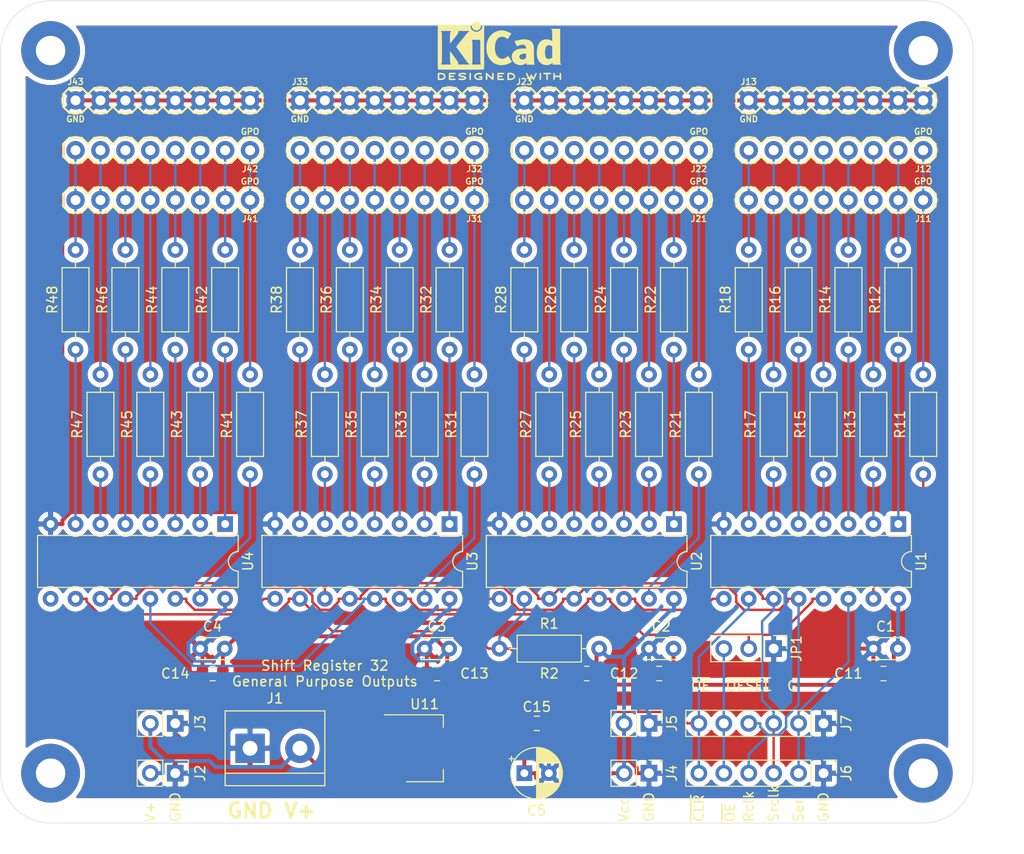
<source format=kicad_pcb>
(kicad_pcb (version 20171130) (host pcbnew 5.1.12-5.1.12)
  (layers (0 F.Cu signal) (31 B.Cu signal) (34 B.Paste user) (35 F.Paste user) (36 B.SilkS user) (37 F.SilkS user) (38 B.Mask user) (39 F.Mask user) (44 Edge.Cuts user))
  (net 0 "")
  (net 1 GND)
  (net 2 "Net-(J11-Pad8)")
  (net 3 "Net-(J11-Pad7)")
  (net 4 "Net-(J11-Pad6)")
  (net 5 "Net-(J11-Pad5)")
  (net 6 "Net-(J11-Pad4)")
  (net 7 "Net-(J11-Pad3)")
  (net 8 "Net-(J11-Pad2)")
  (net 9 "Net-(J11-Pad1)")
  (net 10 "Net-(J21-Pad8)")
  (net 11 "Net-(J21-Pad7)")
  (net 12 "Net-(J21-Pad6)")
  (net 13 "Net-(J21-Pad5)")
  (net 14 "Net-(J21-Pad4)")
  (net 15 "Net-(J21-Pad3)")
  (net 16 "Net-(J21-Pad2)")
  (net 17 "Net-(J21-Pad1)")
  (net 18 "Net-(J31-Pad8)")
  (net 19 "Net-(J31-Pad7)")
  (net 20 "Net-(J31-Pad6)")
  (net 21 "Net-(J31-Pad5)")
  (net 22 "Net-(J31-Pad4)")
  (net 23 "Net-(J31-Pad3)")
  (net 24 "Net-(J31-Pad2)")
  (net 25 "Net-(J31-Pad1)")
  (net 26 "Net-(J41-Pad8)")
  (net 27 "Net-(J41-Pad7)")
  (net 28 "Net-(J41-Pad6)")
  (net 29 "Net-(J41-Pad5)")
  (net 30 "Net-(J41-Pad4)")
  (net 31 "Net-(J41-Pad3)")
  (net 32 "Net-(J41-Pad2)")
  (net 33 "Net-(J41-Pad1)")
  (net 34 "Net-(R11-Pad1)")
  (net 35 "Net-(R12-Pad1)")
  (net 36 "Net-(R13-Pad1)")
  (net 37 "Net-(R14-Pad1)")
  (net 38 "Net-(R15-Pad1)")
  (net 39 "Net-(R16-Pad1)")
  (net 40 "Net-(R17-Pad1)")
  (net 41 "Net-(R18-Pad1)")
  (net 42 "Net-(R21-Pad1)")
  (net 43 "Net-(R22-Pad1)")
  (net 44 "Net-(R23-Pad1)")
  (net 45 "Net-(R24-Pad1)")
  (net 46 "Net-(R25-Pad1)")
  (net 47 "Net-(R26-Pad1)")
  (net 48 "Net-(R27-Pad1)")
  (net 49 "Net-(R28-Pad1)")
  (net 50 "Net-(R31-Pad1)")
  (net 51 "Net-(R32-Pad1)")
  (net 52 "Net-(R33-Pad1)")
  (net 53 "Net-(R34-Pad1)")
  (net 54 "Net-(R35-Pad1)")
  (net 55 "Net-(R36-Pad1)")
  (net 56 "Net-(R37-Pad1)")
  (net 57 "Net-(R38-Pad1)")
  (net 58 "Net-(R41-Pad1)")
  (net 59 "Net-(R42-Pad1)")
  (net 60 "Net-(R43-Pad1)")
  (net 61 "Net-(R44-Pad1)")
  (net 62 "Net-(R45-Pad1)")
  (net 63 "Net-(R46-Pad1)")
  (net 64 "Net-(R47-Pad1)")
  (net 65 "Net-(R48-Pad1)")
  (net 66 "Net-(U1-Pad9)")
  (net 67 "Net-(U2-Pad9)")
  (net 68 "Net-(U3-Pad9)")
  (net 69 "Net-(U4-Pad9)")
  (net 70 /V+)
  (net 71 "Net-(J6-Pad5)")
  (net 72 /~SRCLR)
  (net 73 /RCLK)
  (net 74 /SRCLK)
  (net 75 /SERIN)
  (net 76 /~OE)
  (net 77 VCC)
  (module Resistor_SMD:R_0805_2012Metric_Pad1.20x1.40mm_HandSolder (layer F.Cu) (at 133.35 109.22 180)
    (fp_text reference R2 (at 3.81 0) (layer F.SilkS))
    (fp_text value 10k)
    (pad 2 smd roundrect (at 1 0 180) (size 1.2 1.4) (layers F.Cu F.Paste F.Mask) (roundrect_rratio 0.2083325) (net 72 /~SRCLR))
    (pad 1 smd roundrect (at -1 0 180) (size 1.2 1.4) (layers F.Cu F.Paste F.Mask) (roundrect_rratio 0.2083325) (net 77 VCC))
  )
  (module Capacitor_SMD:C_0805_2012Metric_Pad1.18x1.45mm_HandSolder (layer F.Cu) (at 95.25 109.22)
    (fp_text reference C14 (at -3.81 0) (layer F.SilkS))
    (fp_text value 100n)
    (pad 2 smd roundrect (at 1.0375 0) (size 1.175 1.45) (layers F.Cu F.Paste F.Mask) (roundrect_rratio 0.2127659574468085) (net 77 VCC))
    (pad 1 smd roundrect (at -1.0375 0) (size 1.175 1.45) (layers F.Cu F.Paste F.Mask) (roundrect_rratio 0.2127659574468085) (net 1 GND))
  )
  (module Capacitor_SMD:C_0805_2012Metric_Pad1.18x1.45mm_HandSolder (layer F.Cu) (at 118.11 109.22)
    (fp_text reference C13 (at 3.81 0) (layer F.SilkS))
    (fp_text value 100n)
    (pad 2 smd roundrect (at 1.0375 0) (size 1.175 1.45) (layers F.Cu F.Paste F.Mask) (roundrect_rratio 0.2127659574468085) (net 77 VCC))
    (pad 1 smd roundrect (at -1.0375 0) (size 1.175 1.45) (layers F.Cu F.Paste F.Mask) (roundrect_rratio 0.2127659574468085) (net 1 GND))
  )
  (module Capacitor_SMD:C_0805_2012Metric_Pad1.18x1.45mm_HandSolder (layer F.Cu) (at 140.738 109.22)
    (fp_text reference C12 (at -3.5775 0) (layer F.SilkS))
    (fp_text value 100n)
    (pad 2 smd roundrect (at 1.0375 0) (size 1.175 1.45) (layers F.Cu F.Paste F.Mask) (roundrect_rratio 0.2127659574468085) (net 77 VCC))
    (pad 1 smd roundrect (at -1.0375 0) (size 1.175 1.45) (layers F.Cu F.Paste F.Mask) (roundrect_rratio 0.2127659574468085) (net 1 GND))
  )
  (module Capacitor_SMD:C_0805_2012Metric_Pad1.18x1.45mm_HandSolder (layer F.Cu) (at 163.598 109.22)
    (fp_text reference C11 (at -3.5775 0) (layer F.SilkS))
    (fp_text value 100n)
    (pad 2 smd roundrect (at 1.0375 0) (size 1.175 1.45) (layers F.Cu F.Paste F.Mask) (roundrect_rratio 0.2127659574468085) (net 77 VCC))
    (pad 1 smd roundrect (at -1.0375 0) (size 1.175 1.45) (layers F.Cu F.Paste F.Mask) (roundrect_rratio 0.2127659574468085) (net 1 GND))
  )
  (module Symbol:KiCad-Logo2_5mm_SilkScreen (layer F.Cu) (at 124.46 45.72)
    (fp_text reference REF** hide)
    (fp_text value KiCad-Logo2_5mm_SilkScreen hide)
  )
  (module Capacitor_SMD:C_0805_2012Metric_Pad1.18x1.45mm_HandSolder (layer F.Cu) (at 128.27 114.3)
    (fp_text reference C15 (at 0 -1.68) (layer F.SilkS))
    (fp_text value 10u)
    (pad 2 smd roundrect (at 1.0375 0) (size 1.175 1.45) (layers F.Cu F.Paste F.Mask) (roundrect_rratio 0.2127659574468085) (net 1 GND))
    (pad 1 smd roundrect (at -1.0375 0) (size 1.175 1.45) (layers F.Cu F.Paste F.Mask) (roundrect_rratio 0.2127659574468085) (net 77 VCC))
  )
  (module Package_TO_SOT_SMD:SOT-223-3_TabPin2 (layer F.Cu) (at 116.84 116.84)
    (fp_text reference U11 (at 0 -4.5) (layer F.SilkS))
    (fp_text value LD1117)
    (pad 1 smd rect (at -3.15 -2.3) (size 2 1.5) (layers F.Cu F.Paste F.Mask) (net 1 GND))
    (pad 3 smd rect (at -3.15 2.3) (size 2 1.5) (layers F.Cu F.Paste F.Mask) (net 70 /V+))
    (pad 2 smd rect (at -3.15 0) (size 2 1.5) (layers F.Cu F.Paste F.Mask) (net 77 VCC))
    (pad 2 smd rect (at 3.15 0) (size 2 3.8) (layers F.Cu F.Paste F.Mask) (net 77 VCC))
  )
  (module Connectors:1X08 (layer F.Cu) (at 127 50.8)
    (fp_text reference J23 (at 0 -1.905) (layer F.SilkS) (effects (font (size 0.6096 0.6096) (thickness 0.127))))
    (fp_text value GND (at 0 1.905) (layer F.SilkS) (effects (font (size 0.6096 0.6096) (thickness 0.127))))
    (pad 8 thru_hole circle (at 17.78 0) (size 1.8796 1.8796) (drill 1.016) (layers *.Cu *.Mask) (net 1 GND))
    (pad 7 thru_hole circle (at 15.24 0) (size 1.8796 1.8796) (drill 1.016) (layers *.Cu *.Mask) (net 1 GND))
    (pad 6 thru_hole circle (at 12.7 0) (size 1.8796 1.8796) (drill 1.016) (layers *.Cu *.Mask) (net 1 GND))
    (pad 5 thru_hole circle (at 10.16 0) (size 1.8796 1.8796) (drill 1.016) (layers *.Cu *.Mask) (net 1 GND))
    (pad 4 thru_hole circle (at 7.62 0) (size 1.8796 1.8796) (drill 1.016) (layers *.Cu *.Mask) (net 1 GND))
    (pad 3 thru_hole circle (at 5.08 0) (size 1.8796 1.8796) (drill 1.016) (layers *.Cu *.Mask) (net 1 GND))
    (pad 2 thru_hole circle (at 2.54 0) (size 1.8796 1.8796) (drill 1.016) (layers *.Cu *.Mask) (net 1 GND))
    (pad 1 thru_hole circle (at 0 0) (size 1.8796 1.8796) (drill 1.016) (layers *.Cu *.Mask) (net 1 GND))
  )
  (module Connectors:1X08 (layer F.Cu) (at 104.14 50.8)
    (fp_text reference J33 (at 0 -1.905) (layer F.SilkS) (effects (font (size 0.6096 0.6096) (thickness 0.127))))
    (fp_text value GND (at 0 1.905) (layer F.SilkS) (effects (font (size 0.6096 0.6096) (thickness 0.127))))
    (pad 8 thru_hole circle (at 17.78 0) (size 1.8796 1.8796) (drill 1.016) (layers *.Cu *.Mask) (net 1 GND))
    (pad 7 thru_hole circle (at 15.24 0) (size 1.8796 1.8796) (drill 1.016) (layers *.Cu *.Mask) (net 1 GND))
    (pad 6 thru_hole circle (at 12.7 0) (size 1.8796 1.8796) (drill 1.016) (layers *.Cu *.Mask) (net 1 GND))
    (pad 5 thru_hole circle (at 10.16 0) (size 1.8796 1.8796) (drill 1.016) (layers *.Cu *.Mask) (net 1 GND))
    (pad 4 thru_hole circle (at 7.62 0) (size 1.8796 1.8796) (drill 1.016) (layers *.Cu *.Mask) (net 1 GND))
    (pad 3 thru_hole circle (at 5.08 0) (size 1.8796 1.8796) (drill 1.016) (layers *.Cu *.Mask) (net 1 GND))
    (pad 2 thru_hole circle (at 2.54 0) (size 1.8796 1.8796) (drill 1.016) (layers *.Cu *.Mask) (net 1 GND))
    (pad 1 thru_hole circle (at 0 0) (size 1.8796 1.8796) (drill 1.016) (layers *.Cu *.Mask) (net 1 GND))
  )
  (module Connectors:1X08 (layer F.Cu) (at 149.86 50.8)
    (fp_text reference J13 (at 0 -1.905) (layer F.SilkS) (effects (font (size 0.6096 0.6096) (thickness 0.127))))
    (fp_text value GND (at 0 1.905) (layer F.SilkS) (effects (font (size 0.6096 0.6096) (thickness 0.127))))
    (pad 8 thru_hole circle (at 17.78 0) (size 1.8796 1.8796) (drill 1.016) (layers *.Cu *.Mask) (net 1 GND))
    (pad 7 thru_hole circle (at 15.24 0) (size 1.8796 1.8796) (drill 1.016) (layers *.Cu *.Mask) (net 1 GND))
    (pad 6 thru_hole circle (at 12.7 0) (size 1.8796 1.8796) (drill 1.016) (layers *.Cu *.Mask) (net 1 GND))
    (pad 5 thru_hole circle (at 10.16 0) (size 1.8796 1.8796) (drill 1.016) (layers *.Cu *.Mask) (net 1 GND))
    (pad 4 thru_hole circle (at 7.62 0) (size 1.8796 1.8796) (drill 1.016) (layers *.Cu *.Mask) (net 1 GND))
    (pad 3 thru_hole circle (at 5.08 0) (size 1.8796 1.8796) (drill 1.016) (layers *.Cu *.Mask) (net 1 GND))
    (pad 2 thru_hole circle (at 2.54 0) (size 1.8796 1.8796) (drill 1.016) (layers *.Cu *.Mask) (net 1 GND))
    (pad 1 thru_hole circle (at 0 0) (size 1.8796 1.8796) (drill 1.016) (layers *.Cu *.Mask) (net 1 GND))
  )
  (module Connectors:1X08 (layer F.Cu) (at 81.28 50.8)
    (fp_text reference J43 (at 0 -1.905) (layer F.SilkS) (effects (font (size 0.6096 0.6096) (thickness 0.127))))
    (fp_text value GND (at 0 1.905) (layer F.SilkS) (effects (font (size 0.6096 0.6096) (thickness 0.127))))
    (pad 8 thru_hole circle (at 17.78 0) (size 1.8796 1.8796) (drill 1.016) (layers *.Cu *.Mask) (net 1 GND))
    (pad 7 thru_hole circle (at 15.24 0) (size 1.8796 1.8796) (drill 1.016) (layers *.Cu *.Mask) (net 1 GND))
    (pad 6 thru_hole circle (at 12.7 0) (size 1.8796 1.8796) (drill 1.016) (layers *.Cu *.Mask) (net 1 GND))
    (pad 5 thru_hole circle (at 10.16 0) (size 1.8796 1.8796) (drill 1.016) (layers *.Cu *.Mask) (net 1 GND))
    (pad 4 thru_hole circle (at 7.62 0) (size 1.8796 1.8796) (drill 1.016) (layers *.Cu *.Mask) (net 1 GND))
    (pad 3 thru_hole circle (at 5.08 0) (size 1.8796 1.8796) (drill 1.016) (layers *.Cu *.Mask) (net 1 GND))
    (pad 2 thru_hole circle (at 2.54 0) (size 1.8796 1.8796) (drill 1.016) (layers *.Cu *.Mask) (net 1 GND))
    (pad 1 thru_hole circle (at 0 0) (size 1.8796 1.8796) (drill 1.016) (layers *.Cu *.Mask) (net 1 GND))
  )
  (module Connector_PinHeader_2.54mm:PinHeader_1x02_P2.54mm_Vertical (layer F.Cu) (at 91.44 114.3 270)
    (fp_text reference J3 (at 0 -2.54 90) (layer F.SilkS))
    (fp_text value Power)
    (pad 2 thru_hole oval (at 0 2.54 270) (size 1.7 1.7) (drill 1) (layers *.Cu *.Mask) (net 70 /V+))
    (pad 1 thru_hole rect (at 0 0 270) (size 1.7 1.7) (drill 1) (layers *.Cu *.Mask) (net 1 GND))
  )
  (module Connector_PinHeader_2.54mm:PinHeader_1x02_P2.54mm_Vertical (layer F.Cu) (at 91.44 119.38 270)
    (fp_text reference J2 (at 0 -2.54 270) (layer F.SilkS))
    (fp_text value Power)
    (pad 2 thru_hole oval (at 0 2.54 270) (size 1.7 1.7) (drill 1) (layers *.Cu *.Mask) (net 70 /V+))
    (pad 1 thru_hole rect (at 0 0 270) (size 1.7 1.7) (drill 1) (layers *.Cu *.Mask) (net 1 GND))
  )
  (module Connector_PinHeader_2.54mm:PinHeader_1x06_P2.54mm_Vertical (layer F.Cu) (at 157.48 114.3 270)
    (fp_text reference J7 (at 0 -2.33 90) (layer F.SilkS))
    (fp_text value Data)
    (pad 6 thru_hole oval (at 0 12.7 270) (size 1.7 1.7) (drill 1) (layers *.Cu *.Mask) (net 72 /~SRCLR))
    (pad 5 thru_hole oval (at 0 10.16 270) (size 1.7 1.7) (drill 1) (layers *.Cu *.Mask) (net 71 "Net-(J6-Pad5)"))
    (pad 4 thru_hole oval (at 0 7.62 270) (size 1.7 1.7) (drill 1) (layers *.Cu *.Mask) (net 73 /RCLK))
    (pad 3 thru_hole oval (at 0 5.08 270) (size 1.7 1.7) (drill 1) (layers *.Cu *.Mask) (net 74 /SRCLK))
    (pad 2 thru_hole oval (at 0 2.54 270) (size 1.7 1.7) (drill 1) (layers *.Cu *.Mask) (net 75 /SERIN))
    (pad 1 thru_hole rect (at 0 0 270) (size 1.7 1.7) (drill 1) (layers *.Cu *.Mask) (net 1 GND))
  )
  (module Connector_PinHeader_2.54mm:PinHeader_1x06_P2.54mm_Vertical (layer F.Cu) (at 157.48 119.38 270)
    (fp_text reference J6 (at 0 -2.33 90) (layer F.SilkS))
    (fp_text value Data)
    (pad 6 thru_hole oval (at 0 12.7 270) (size 1.7 1.7) (drill 1) (layers *.Cu *.Mask) (net 72 /~SRCLR))
    (pad 5 thru_hole oval (at 0 10.16 270) (size 1.7 1.7) (drill 1) (layers *.Cu *.Mask) (net 71 "Net-(J6-Pad5)"))
    (pad 4 thru_hole oval (at 0 7.62 270) (size 1.7 1.7) (drill 1) (layers *.Cu *.Mask) (net 73 /RCLK))
    (pad 3 thru_hole oval (at 0 5.08 270) (size 1.7 1.7) (drill 1) (layers *.Cu *.Mask) (net 74 /SRCLK))
    (pad 2 thru_hole oval (at 0 2.54 270) (size 1.7 1.7) (drill 1) (layers *.Cu *.Mask) (net 75 /SERIN))
    (pad 1 thru_hole rect (at 0 0 270) (size 1.7 1.7) (drill 1) (layers *.Cu *.Mask) (net 1 GND))
  )
  (module Capacitor_THT:C_Disc_D3.0mm_W2.0mm_P2.50mm (layer F.Cu) (at 93.98 106.68)
    (fp_text reference C4 (at 1.25 -2.25) (layer F.SilkS))
    (fp_text value 100n)
    (pad 2 thru_hole circle (at 2.5 0) (size 1.6 1.6) (drill 0.8) (layers *.Cu *.Mask) (net 77 VCC))
    (pad 1 thru_hole circle (at 0 0) (size 1.6 1.6) (drill 0.8) (layers *.Cu *.Mask) (net 1 GND))
  )
  (module Capacitor_THT:C_Disc_D3.0mm_W2.0mm_P2.50mm (layer F.Cu) (at 116.84 106.68)
    (fp_text reference C3 (at 1.25 -2.25) (layer F.SilkS))
    (fp_text value 100n)
    (pad 2 thru_hole circle (at 2.5 0) (size 1.6 1.6) (drill 0.8) (layers *.Cu *.Mask) (net 77 VCC))
    (pad 1 thru_hole circle (at 0 0) (size 1.6 1.6) (drill 0.8) (layers *.Cu *.Mask) (net 1 GND))
  )
  (module Capacitor_THT:C_Disc_D3.0mm_W2.0mm_P2.50mm (layer F.Cu) (at 139.7 106.68)
    (fp_text reference C2 (at 1.25 -2.25) (layer F.SilkS))
    (fp_text value 100n)
    (pad 2 thru_hole circle (at 2.5 0) (size 1.6 1.6) (drill 0.8) (layers *.Cu *.Mask) (net 77 VCC))
    (pad 1 thru_hole circle (at 0 0) (size 1.6 1.6) (drill 0.8) (layers *.Cu *.Mask) (net 1 GND))
  )
  (module Capacitor_THT:C_Disc_D3.0mm_W2.0mm_P2.50mm (layer F.Cu) (at 162.56 106.68)
    (fp_text reference C1 (at 1.25 -2.25) (layer F.SilkS))
    (fp_text value 100n)
    (pad 2 thru_hole circle (at 2.5 0) (size 1.6 1.6) (drill 0.8) (layers *.Cu *.Mask) (net 77 VCC))
    (pad 1 thru_hole circle (at 0 0) (size 1.6 1.6) (drill 0.8) (layers *.Cu *.Mask) (net 1 GND))
  )
  (module Connector_PinHeader_2.54mm:PinHeader_1x02_P2.54mm_Vertical (layer F.Cu) (at 139.7 114.3 270)
    (fp_text reference J5 (at 0 -2.33 90) (layer F.SilkS))
    (fp_text value Power)
    (pad 2 thru_hole oval (at 0 2.54 270) (size 1.7 1.7) (drill 1) (layers *.Cu *.Mask) (net 77 VCC))
    (pad 1 thru_hole rect (at 0 0 270) (size 1.7 1.7) (drill 1) (layers *.Cu *.Mask) (net 1 GND))
  )
  (module Connector_PinHeader_2.54mm:PinHeader_1x02_P2.54mm_Vertical (layer F.Cu) (at 139.7 119.38 270)
    (fp_text reference J4 (at 0 -2.33 90) (layer F.SilkS))
    (fp_text value Power)
    (pad 2 thru_hole oval (at 0 2.54 270) (size 1.7 1.7) (drill 1) (layers *.Cu *.Mask) (net 77 VCC))
    (pad 1 thru_hole rect (at 0 0 270) (size 1.7 1.7) (drill 1) (layers *.Cu *.Mask) (net 1 GND))
  )
  (module TerminalBlock:TerminalBlock_bornier-2_P5.08mm (layer F.Cu) (at 99.06 116.84)
    (fp_text reference J1 (at 2.54 -5.08) (layer F.SilkS))
    (fp_text value Power)
    (pad 2 thru_hole circle (at 5.08 0) (size 3 3) (drill 1.52) (layers *.Cu *.Mask) (net 70 /V+))
    (pad 1 thru_hole rect (at 0 0) (size 3 3) (drill 1.52) (layers *.Cu *.Mask) (net 1 GND))
  )
  (module Connectors:1X08 (layer F.Cu) (at 99.06 55.88 180)
    (fp_text reference J42 (at 0 -1.905) (layer F.SilkS) (effects (font (size 0.6096 0.6096) (thickness 0.127))))
    (fp_text value GPO (at 0 1.905) (layer F.SilkS) (effects (font (size 0.6096 0.6096) (thickness 0.127))))
    (pad 8 thru_hole circle (at 17.78 0 180) (size 1.8796 1.8796) (drill 1.016) (layers *.Cu *.Mask) (net 26 "Net-(J41-Pad8)"))
    (pad 7 thru_hole circle (at 15.24 0 180) (size 1.8796 1.8796) (drill 1.016) (layers *.Cu *.Mask) (net 27 "Net-(J41-Pad7)"))
    (pad 6 thru_hole circle (at 12.7 0 180) (size 1.8796 1.8796) (drill 1.016) (layers *.Cu *.Mask) (net 28 "Net-(J41-Pad6)"))
    (pad 5 thru_hole circle (at 10.16 0 180) (size 1.8796 1.8796) (drill 1.016) (layers *.Cu *.Mask) (net 29 "Net-(J41-Pad5)"))
    (pad 4 thru_hole circle (at 7.62 0 180) (size 1.8796 1.8796) (drill 1.016) (layers *.Cu *.Mask) (net 30 "Net-(J41-Pad4)"))
    (pad 3 thru_hole circle (at 5.08 0 180) (size 1.8796 1.8796) (drill 1.016) (layers *.Cu *.Mask) (net 31 "Net-(J41-Pad3)"))
    (pad 2 thru_hole circle (at 2.54 0 180) (size 1.8796 1.8796) (drill 1.016) (layers *.Cu *.Mask) (net 32 "Net-(J41-Pad2)"))
    (pad 1 thru_hole circle (at 0 0 180) (size 1.8796 1.8796) (drill 1.016) (layers *.Cu *.Mask) (net 33 "Net-(J41-Pad1)"))
  )
  (module Connectors:1X08 (layer F.Cu) (at 99.06 60.96 180)
    (fp_text reference J41 (at 0 -1.905) (layer F.SilkS) (effects (font (size 0.6096 0.6096) (thickness 0.127))))
    (fp_text value GPO (at 0 1.905) (layer F.SilkS) (effects (font (size 0.6096 0.6096) (thickness 0.127))))
    (pad 8 thru_hole circle (at 17.78 0 180) (size 1.8796 1.8796) (drill 1.016) (layers *.Cu *.Mask) (net 26 "Net-(J41-Pad8)"))
    (pad 7 thru_hole circle (at 15.24 0 180) (size 1.8796 1.8796) (drill 1.016) (layers *.Cu *.Mask) (net 27 "Net-(J41-Pad7)"))
    (pad 6 thru_hole circle (at 12.7 0 180) (size 1.8796 1.8796) (drill 1.016) (layers *.Cu *.Mask) (net 28 "Net-(J41-Pad6)"))
    (pad 5 thru_hole circle (at 10.16 0 180) (size 1.8796 1.8796) (drill 1.016) (layers *.Cu *.Mask) (net 29 "Net-(J41-Pad5)"))
    (pad 4 thru_hole circle (at 7.62 0 180) (size 1.8796 1.8796) (drill 1.016) (layers *.Cu *.Mask) (net 30 "Net-(J41-Pad4)"))
    (pad 3 thru_hole circle (at 5.08 0 180) (size 1.8796 1.8796) (drill 1.016) (layers *.Cu *.Mask) (net 31 "Net-(J41-Pad3)"))
    (pad 2 thru_hole circle (at 2.54 0 180) (size 1.8796 1.8796) (drill 1.016) (layers *.Cu *.Mask) (net 32 "Net-(J41-Pad2)"))
    (pad 1 thru_hole circle (at 0 0 180) (size 1.8796 1.8796) (drill 1.016) (layers *.Cu *.Mask) (net 33 "Net-(J41-Pad1)"))
  )
  (module Connectors:1X08 (layer F.Cu) (at 121.92 55.88 180)
    (fp_text reference J32 (at 0 -1.905) (layer F.SilkS) (effects (font (size 0.6096 0.6096) (thickness 0.127))))
    (fp_text value GPO (at 0 1.905) (layer F.SilkS) (effects (font (size 0.6096 0.6096) (thickness 0.127))))
    (pad 8 thru_hole circle (at 17.78 0 180) (size 1.8796 1.8796) (drill 1.016) (layers *.Cu *.Mask) (net 18 "Net-(J31-Pad8)"))
    (pad 7 thru_hole circle (at 15.24 0 180) (size 1.8796 1.8796) (drill 1.016) (layers *.Cu *.Mask) (net 19 "Net-(J31-Pad7)"))
    (pad 6 thru_hole circle (at 12.7 0 180) (size 1.8796 1.8796) (drill 1.016) (layers *.Cu *.Mask) (net 20 "Net-(J31-Pad6)"))
    (pad 5 thru_hole circle (at 10.16 0 180) (size 1.8796 1.8796) (drill 1.016) (layers *.Cu *.Mask) (net 21 "Net-(J31-Pad5)"))
    (pad 4 thru_hole circle (at 7.62 0 180) (size 1.8796 1.8796) (drill 1.016) (layers *.Cu *.Mask) (net 22 "Net-(J31-Pad4)"))
    (pad 3 thru_hole circle (at 5.08 0 180) (size 1.8796 1.8796) (drill 1.016) (layers *.Cu *.Mask) (net 23 "Net-(J31-Pad3)"))
    (pad 2 thru_hole circle (at 2.54 0 180) (size 1.8796 1.8796) (drill 1.016) (layers *.Cu *.Mask) (net 24 "Net-(J31-Pad2)"))
    (pad 1 thru_hole circle (at 0 0 180) (size 1.8796 1.8796) (drill 1.016) (layers *.Cu *.Mask) (net 25 "Net-(J31-Pad1)"))
  )
  (module Connectors:1X08 (layer F.Cu) (at 121.92 60.96 180)
    (fp_text reference J31 (at 0 -1.905) (layer F.SilkS) (effects (font (size 0.6096 0.6096) (thickness 0.127))))
    (fp_text value GPO (at 0 1.905) (layer F.SilkS) (effects (font (size 0.6096 0.6096) (thickness 0.127))))
    (pad 8 thru_hole circle (at 17.78 0 180) (size 1.8796 1.8796) (drill 1.016) (layers *.Cu *.Mask) (net 18 "Net-(J31-Pad8)"))
    (pad 7 thru_hole circle (at 15.24 0 180) (size 1.8796 1.8796) (drill 1.016) (layers *.Cu *.Mask) (net 19 "Net-(J31-Pad7)"))
    (pad 6 thru_hole circle (at 12.7 0 180) (size 1.8796 1.8796) (drill 1.016) (layers *.Cu *.Mask) (net 20 "Net-(J31-Pad6)"))
    (pad 5 thru_hole circle (at 10.16 0 180) (size 1.8796 1.8796) (drill 1.016) (layers *.Cu *.Mask) (net 21 "Net-(J31-Pad5)"))
    (pad 4 thru_hole circle (at 7.62 0 180) (size 1.8796 1.8796) (drill 1.016) (layers *.Cu *.Mask) (net 22 "Net-(J31-Pad4)"))
    (pad 3 thru_hole circle (at 5.08 0 180) (size 1.8796 1.8796) (drill 1.016) (layers *.Cu *.Mask) (net 23 "Net-(J31-Pad3)"))
    (pad 2 thru_hole circle (at 2.54 0 180) (size 1.8796 1.8796) (drill 1.016) (layers *.Cu *.Mask) (net 24 "Net-(J31-Pad2)"))
    (pad 1 thru_hole circle (at 0 0 180) (size 1.8796 1.8796) (drill 1.016) (layers *.Cu *.Mask) (net 25 "Net-(J31-Pad1)"))
  )
  (module Connectors:1X08 (layer F.Cu) (at 144.78 55.88 180)
    (fp_text reference J22 (at 0 -1.905) (layer F.SilkS) (effects (font (size 0.6096 0.6096) (thickness 0.127))))
    (fp_text value GPO (at 0 1.905) (layer F.SilkS) (effects (font (size 0.6096 0.6096) (thickness 0.127))))
    (pad 8 thru_hole circle (at 17.78 0 180) (size 1.8796 1.8796) (drill 1.016) (layers *.Cu *.Mask) (net 10 "Net-(J21-Pad8)"))
    (pad 7 thru_hole circle (at 15.24 0 180) (size 1.8796 1.8796) (drill 1.016) (layers *.Cu *.Mask) (net 11 "Net-(J21-Pad7)"))
    (pad 6 thru_hole circle (at 12.7 0 180) (size 1.8796 1.8796) (drill 1.016) (layers *.Cu *.Mask) (net 12 "Net-(J21-Pad6)"))
    (pad 5 thru_hole circle (at 10.16 0 180) (size 1.8796 1.8796) (drill 1.016) (layers *.Cu *.Mask) (net 13 "Net-(J21-Pad5)"))
    (pad 4 thru_hole circle (at 7.62 0 180) (size 1.8796 1.8796) (drill 1.016) (layers *.Cu *.Mask) (net 14 "Net-(J21-Pad4)"))
    (pad 3 thru_hole circle (at 5.08 0 180) (size 1.8796 1.8796) (drill 1.016) (layers *.Cu *.Mask) (net 15 "Net-(J21-Pad3)"))
    (pad 2 thru_hole circle (at 2.54 0 180) (size 1.8796 1.8796) (drill 1.016) (layers *.Cu *.Mask) (net 16 "Net-(J21-Pad2)"))
    (pad 1 thru_hole circle (at 0 0 180) (size 1.8796 1.8796) (drill 1.016) (layers *.Cu *.Mask) (net 17 "Net-(J21-Pad1)"))
  )
  (module Connectors:1X08 (layer F.Cu) (at 144.78 60.96 180)
    (fp_text reference J21 (at 0 -1.905) (layer F.SilkS) (effects (font (size 0.6096 0.6096) (thickness 0.127))))
    (fp_text value GPO (at 0 1.905) (layer F.SilkS) (effects (font (size 0.6096 0.6096) (thickness 0.127))))
    (pad 8 thru_hole circle (at 17.78 0 180) (size 1.8796 1.8796) (drill 1.016) (layers *.Cu *.Mask) (net 10 "Net-(J21-Pad8)"))
    (pad 7 thru_hole circle (at 15.24 0 180) (size 1.8796 1.8796) (drill 1.016) (layers *.Cu *.Mask) (net 11 "Net-(J21-Pad7)"))
    (pad 6 thru_hole circle (at 12.7 0 180) (size 1.8796 1.8796) (drill 1.016) (layers *.Cu *.Mask) (net 12 "Net-(J21-Pad6)"))
    (pad 5 thru_hole circle (at 10.16 0 180) (size 1.8796 1.8796) (drill 1.016) (layers *.Cu *.Mask) (net 13 "Net-(J21-Pad5)"))
    (pad 4 thru_hole circle (at 7.62 0 180) (size 1.8796 1.8796) (drill 1.016) (layers *.Cu *.Mask) (net 14 "Net-(J21-Pad4)"))
    (pad 3 thru_hole circle (at 5.08 0 180) (size 1.8796 1.8796) (drill 1.016) (layers *.Cu *.Mask) (net 15 "Net-(J21-Pad3)"))
    (pad 2 thru_hole circle (at 2.54 0 180) (size 1.8796 1.8796) (drill 1.016) (layers *.Cu *.Mask) (net 16 "Net-(J21-Pad2)"))
    (pad 1 thru_hole circle (at 0 0 180) (size 1.8796 1.8796) (drill 1.016) (layers *.Cu *.Mask) (net 17 "Net-(J21-Pad1)"))
  )
  (module Connectors:1X08 (layer F.Cu) (at 167.64 55.88 180)
    (fp_text reference J12 (at 0 -1.905) (layer F.SilkS) (effects (font (size 0.6096 0.6096) (thickness 0.127))))
    (fp_text value GPO (at 0 1.905) (layer F.SilkS) (effects (font (size 0.6096 0.6096) (thickness 0.127))))
    (pad 8 thru_hole circle (at 17.78 0 180) (size 1.8796 1.8796) (drill 1.016) (layers *.Cu *.Mask) (net 2 "Net-(J11-Pad8)"))
    (pad 7 thru_hole circle (at 15.24 0 180) (size 1.8796 1.8796) (drill 1.016) (layers *.Cu *.Mask) (net 3 "Net-(J11-Pad7)"))
    (pad 6 thru_hole circle (at 12.7 0 180) (size 1.8796 1.8796) (drill 1.016) (layers *.Cu *.Mask) (net 4 "Net-(J11-Pad6)"))
    (pad 5 thru_hole circle (at 10.16 0 180) (size 1.8796 1.8796) (drill 1.016) (layers *.Cu *.Mask) (net 5 "Net-(J11-Pad5)"))
    (pad 4 thru_hole circle (at 7.62 0 180) (size 1.8796 1.8796) (drill 1.016) (layers *.Cu *.Mask) (net 6 "Net-(J11-Pad4)"))
    (pad 3 thru_hole circle (at 5.08 0 180) (size 1.8796 1.8796) (drill 1.016) (layers *.Cu *.Mask) (net 7 "Net-(J11-Pad3)"))
    (pad 2 thru_hole circle (at 2.54 0 180) (size 1.8796 1.8796) (drill 1.016) (layers *.Cu *.Mask) (net 8 "Net-(J11-Pad2)"))
    (pad 1 thru_hole circle (at 0 0 180) (size 1.8796 1.8796) (drill 1.016) (layers *.Cu *.Mask) (net 9 "Net-(J11-Pad1)"))
  )
  (module Connectors:1X08 (layer F.Cu) (at 167.64 60.96 180)
    (fp_text reference J11 (at 0 -1.905) (layer F.SilkS) (effects (font (size 0.6096 0.6096) (thickness 0.127))))
    (fp_text value GPO (at 0 1.905) (layer F.SilkS) (effects (font (size 0.6096 0.6096) (thickness 0.127))))
    (pad 8 thru_hole circle (at 17.78 0 180) (size 1.8796 1.8796) (drill 1.016) (layers *.Cu *.Mask) (net 2 "Net-(J11-Pad8)"))
    (pad 7 thru_hole circle (at 15.24 0 180) (size 1.8796 1.8796) (drill 1.016) (layers *.Cu *.Mask) (net 3 "Net-(J11-Pad7)"))
    (pad 6 thru_hole circle (at 12.7 0 180) (size 1.8796 1.8796) (drill 1.016) (layers *.Cu *.Mask) (net 4 "Net-(J11-Pad6)"))
    (pad 5 thru_hole circle (at 10.16 0 180) (size 1.8796 1.8796) (drill 1.016) (layers *.Cu *.Mask) (net 5 "Net-(J11-Pad5)"))
    (pad 4 thru_hole circle (at 7.62 0 180) (size 1.8796 1.8796) (drill 1.016) (layers *.Cu *.Mask) (net 6 "Net-(J11-Pad4)"))
    (pad 3 thru_hole circle (at 5.08 0 180) (size 1.8796 1.8796) (drill 1.016) (layers *.Cu *.Mask) (net 7 "Net-(J11-Pad3)"))
    (pad 2 thru_hole circle (at 2.54 0 180) (size 1.8796 1.8796) (drill 1.016) (layers *.Cu *.Mask) (net 8 "Net-(J11-Pad2)"))
    (pad 1 thru_hole circle (at 0 0 180) (size 1.8796 1.8796) (drill 1.016) (layers *.Cu *.Mask) (net 9 "Net-(J11-Pad1)"))
  )
  (module Resistor_THT:R_Axial_DIN0207_L6.3mm_D2.5mm_P10.16mm_Horizontal (layer F.Cu) (at 81.28 76.2 90)
    (fp_text reference R48 (at 5.08 -2.37 90) (layer F.SilkS))
    (fp_text value ~)
    (pad 2 thru_hole oval (at 10.16 0 90) (size 1.6 1.6) (drill 0.8) (layers *.Cu *.Mask) (net 26 "Net-(J41-Pad8)"))
    (pad 1 thru_hole circle (at 0 0 90) (size 1.6 1.6) (drill 0.8) (layers *.Cu *.Mask) (net 65 "Net-(R48-Pad1)"))
  )
  (module Resistor_THT:R_Axial_DIN0207_L6.3mm_D2.5mm_P10.16mm_Horizontal (layer F.Cu) (at 83.82 88.9 90)
    (fp_text reference R47 (at 5.08 -2.37 90) (layer F.SilkS))
    (fp_text value ~)
    (pad 2 thru_hole oval (at 10.16 0 90) (size 1.6 1.6) (drill 0.8) (layers *.Cu *.Mask) (net 27 "Net-(J41-Pad7)"))
    (pad 1 thru_hole circle (at 0 0 90) (size 1.6 1.6) (drill 0.8) (layers *.Cu *.Mask) (net 64 "Net-(R47-Pad1)"))
  )
  (module Resistor_THT:R_Axial_DIN0207_L6.3mm_D2.5mm_P10.16mm_Horizontal (layer F.Cu) (at 86.36 76.2 90)
    (fp_text reference R46 (at 5.08 -2.37 90) (layer F.SilkS))
    (fp_text value ~)
    (pad 2 thru_hole oval (at 10.16 0 90) (size 1.6 1.6) (drill 0.8) (layers *.Cu *.Mask) (net 28 "Net-(J41-Pad6)"))
    (pad 1 thru_hole circle (at 0 0 90) (size 1.6 1.6) (drill 0.8) (layers *.Cu *.Mask) (net 63 "Net-(R46-Pad1)"))
  )
  (module Resistor_THT:R_Axial_DIN0207_L6.3mm_D2.5mm_P10.16mm_Horizontal (layer F.Cu) (at 88.9 88.9 90)
    (fp_text reference R45 (at 5.08 -2.37 90) (layer F.SilkS))
    (fp_text value ~)
    (pad 2 thru_hole oval (at 10.16 0 90) (size 1.6 1.6) (drill 0.8) (layers *.Cu *.Mask) (net 29 "Net-(J41-Pad5)"))
    (pad 1 thru_hole circle (at 0 0 90) (size 1.6 1.6) (drill 0.8) (layers *.Cu *.Mask) (net 62 "Net-(R45-Pad1)"))
  )
  (module Resistor_THT:R_Axial_DIN0207_L6.3mm_D2.5mm_P10.16mm_Horizontal (layer F.Cu) (at 91.44 76.2 90)
    (fp_text reference R44 (at 5.08 -2.37 90) (layer F.SilkS))
    (fp_text value ~)
    (pad 2 thru_hole oval (at 10.16 0 90) (size 1.6 1.6) (drill 0.8) (layers *.Cu *.Mask) (net 30 "Net-(J41-Pad4)"))
    (pad 1 thru_hole circle (at 0 0 90) (size 1.6 1.6) (drill 0.8) (layers *.Cu *.Mask) (net 61 "Net-(R44-Pad1)"))
  )
  (module Resistor_THT:R_Axial_DIN0207_L6.3mm_D2.5mm_P10.16mm_Horizontal (layer F.Cu) (at 93.98 88.9 90)
    (fp_text reference R43 (at 5.08 -2.37 90) (layer F.SilkS))
    (fp_text value ~)
    (pad 2 thru_hole oval (at 10.16 0 90) (size 1.6 1.6) (drill 0.8) (layers *.Cu *.Mask) (net 31 "Net-(J41-Pad3)"))
    (pad 1 thru_hole circle (at 0 0 90) (size 1.6 1.6) (drill 0.8) (layers *.Cu *.Mask) (net 60 "Net-(R43-Pad1)"))
  )
  (module Resistor_THT:R_Axial_DIN0207_L6.3mm_D2.5mm_P10.16mm_Horizontal (layer F.Cu) (at 96.52 76.2 90)
    (fp_text reference R42 (at 5.08 -2.37 90) (layer F.SilkS))
    (fp_text value ~)
    (pad 2 thru_hole oval (at 10.16 0 90) (size 1.6 1.6) (drill 0.8) (layers *.Cu *.Mask) (net 32 "Net-(J41-Pad2)"))
    (pad 1 thru_hole circle (at 0 0 90) (size 1.6 1.6) (drill 0.8) (layers *.Cu *.Mask) (net 59 "Net-(R42-Pad1)"))
  )
  (module Resistor_THT:R_Axial_DIN0207_L6.3mm_D2.5mm_P10.16mm_Horizontal (layer F.Cu) (at 99.06 88.9 90)
    (fp_text reference R41 (at 5.08 -2.37 90) (layer F.SilkS))
    (fp_text value ~)
    (pad 2 thru_hole oval (at 10.16 0 90) (size 1.6 1.6) (drill 0.8) (layers *.Cu *.Mask) (net 33 "Net-(J41-Pad1)"))
    (pad 1 thru_hole circle (at 0 0 90) (size 1.6 1.6) (drill 0.8) (layers *.Cu *.Mask) (net 58 "Net-(R41-Pad1)"))
  )
  (module Resistor_THT:R_Axial_DIN0207_L6.3mm_D2.5mm_P10.16mm_Horizontal (layer F.Cu) (at 104.14 76.2 90)
    (fp_text reference R38 (at 5.08 -2.37 90) (layer F.SilkS))
    (fp_text value ~)
    (pad 2 thru_hole oval (at 10.16 0 90) (size 1.6 1.6) (drill 0.8) (layers *.Cu *.Mask) (net 18 "Net-(J31-Pad8)"))
    (pad 1 thru_hole circle (at 0 0 90) (size 1.6 1.6) (drill 0.8) (layers *.Cu *.Mask) (net 57 "Net-(R38-Pad1)"))
  )
  (module Resistor_THT:R_Axial_DIN0207_L6.3mm_D2.5mm_P10.16mm_Horizontal (layer F.Cu) (at 106.68 88.9 90)
    (fp_text reference R37 (at 5.08 -2.37 90) (layer F.SilkS))
    (fp_text value ~)
    (pad 2 thru_hole oval (at 10.16 0 90) (size 1.6 1.6) (drill 0.8) (layers *.Cu *.Mask) (net 19 "Net-(J31-Pad7)"))
    (pad 1 thru_hole circle (at 0 0 90) (size 1.6 1.6) (drill 0.8) (layers *.Cu *.Mask) (net 56 "Net-(R37-Pad1)"))
  )
  (module Resistor_THT:R_Axial_DIN0207_L6.3mm_D2.5mm_P10.16mm_Horizontal (layer F.Cu) (at 109.22 76.2 90)
    (fp_text reference R36 (at 5.08 -2.37 90) (layer F.SilkS))
    (fp_text value ~)
    (pad 2 thru_hole oval (at 10.16 0 90) (size 1.6 1.6) (drill 0.8) (layers *.Cu *.Mask) (net 20 "Net-(J31-Pad6)"))
    (pad 1 thru_hole circle (at 0 0 90) (size 1.6 1.6) (drill 0.8) (layers *.Cu *.Mask) (net 55 "Net-(R36-Pad1)"))
  )
  (module Resistor_THT:R_Axial_DIN0207_L6.3mm_D2.5mm_P10.16mm_Horizontal (layer F.Cu) (at 111.76 88.9 90)
    (fp_text reference R35 (at 5.08 -2.37 90) (layer F.SilkS))
    (fp_text value ~)
    (pad 2 thru_hole oval (at 10.16 0 90) (size 1.6 1.6) (drill 0.8) (layers *.Cu *.Mask) (net 21 "Net-(J31-Pad5)"))
    (pad 1 thru_hole circle (at 0 0 90) (size 1.6 1.6) (drill 0.8) (layers *.Cu *.Mask) (net 54 "Net-(R35-Pad1)"))
  )
  (module Resistor_THT:R_Axial_DIN0207_L6.3mm_D2.5mm_P10.16mm_Horizontal (layer F.Cu) (at 114.3 76.2 90)
    (fp_text reference R34 (at 5.08 -2.37 90) (layer F.SilkS))
    (fp_text value ~)
    (pad 2 thru_hole oval (at 10.16 0 90) (size 1.6 1.6) (drill 0.8) (layers *.Cu *.Mask) (net 22 "Net-(J31-Pad4)"))
    (pad 1 thru_hole circle (at 0 0 90) (size 1.6 1.6) (drill 0.8) (layers *.Cu *.Mask) (net 53 "Net-(R34-Pad1)"))
  )
  (module Resistor_THT:R_Axial_DIN0207_L6.3mm_D2.5mm_P10.16mm_Horizontal (layer F.Cu) (at 116.84 88.9 90)
    (fp_text reference R33 (at 5.08 -2.37 90) (layer F.SilkS))
    (fp_text value ~)
    (pad 2 thru_hole oval (at 10.16 0 90) (size 1.6 1.6) (drill 0.8) (layers *.Cu *.Mask) (net 23 "Net-(J31-Pad3)"))
    (pad 1 thru_hole circle (at 0 0 90) (size 1.6 1.6) (drill 0.8) (layers *.Cu *.Mask) (net 52 "Net-(R33-Pad1)"))
  )
  (module Resistor_THT:R_Axial_DIN0207_L6.3mm_D2.5mm_P10.16mm_Horizontal (layer F.Cu) (at 119.38 76.2 90)
    (fp_text reference R32 (at 5.08 -2.37 90) (layer F.SilkS))
    (fp_text value ~)
    (pad 2 thru_hole oval (at 10.16 0 90) (size 1.6 1.6) (drill 0.8) (layers *.Cu *.Mask) (net 24 "Net-(J31-Pad2)"))
    (pad 1 thru_hole circle (at 0 0 90) (size 1.6 1.6) (drill 0.8) (layers *.Cu *.Mask) (net 51 "Net-(R32-Pad1)"))
  )
  (module Resistor_THT:R_Axial_DIN0207_L6.3mm_D2.5mm_P10.16mm_Horizontal (layer F.Cu) (at 121.92 88.9 90)
    (fp_text reference R31 (at 5.08 -2.37 90) (layer F.SilkS))
    (fp_text value ~)
    (pad 2 thru_hole oval (at 10.16 0 90) (size 1.6 1.6) (drill 0.8) (layers *.Cu *.Mask) (net 25 "Net-(J31-Pad1)"))
    (pad 1 thru_hole circle (at 0 0 90) (size 1.6 1.6) (drill 0.8) (layers *.Cu *.Mask) (net 50 "Net-(R31-Pad1)"))
  )
  (module Resistor_THT:R_Axial_DIN0207_L6.3mm_D2.5mm_P10.16mm_Horizontal (layer F.Cu) (at 127 76.2 90)
    (fp_text reference R28 (at 5.08 -2.37 90) (layer F.SilkS))
    (fp_text value ~)
    (pad 2 thru_hole oval (at 10.16 0 90) (size 1.6 1.6) (drill 0.8) (layers *.Cu *.Mask) (net 10 "Net-(J21-Pad8)"))
    (pad 1 thru_hole circle (at 0 0 90) (size 1.6 1.6) (drill 0.8) (layers *.Cu *.Mask) (net 49 "Net-(R28-Pad1)"))
  )
  (module Resistor_THT:R_Axial_DIN0207_L6.3mm_D2.5mm_P10.16mm_Horizontal (layer F.Cu) (at 129.54 88.9 90)
    (fp_text reference R27 (at 5.08 -2.37 90) (layer F.SilkS))
    (fp_text value ~)
    (pad 2 thru_hole oval (at 10.16 0 90) (size 1.6 1.6) (drill 0.8) (layers *.Cu *.Mask) (net 11 "Net-(J21-Pad7)"))
    (pad 1 thru_hole circle (at 0 0 90) (size 1.6 1.6) (drill 0.8) (layers *.Cu *.Mask) (net 48 "Net-(R27-Pad1)"))
  )
  (module Resistor_THT:R_Axial_DIN0207_L6.3mm_D2.5mm_P10.16mm_Horizontal (layer F.Cu) (at 132.08 76.2 90)
    (fp_text reference R26 (at 5.08 -2.37 90) (layer F.SilkS))
    (fp_text value ~)
    (pad 2 thru_hole oval (at 10.16 0 90) (size 1.6 1.6) (drill 0.8) (layers *.Cu *.Mask) (net 12 "Net-(J21-Pad6)"))
    (pad 1 thru_hole circle (at 0 0 90) (size 1.6 1.6) (drill 0.8) (layers *.Cu *.Mask) (net 47 "Net-(R26-Pad1)"))
  )
  (module Resistor_THT:R_Axial_DIN0207_L6.3mm_D2.5mm_P10.16mm_Horizontal (layer F.Cu) (at 134.62 88.9 90)
    (fp_text reference R25 (at 5.08 -2.37 90) (layer F.SilkS))
    (fp_text value ~)
    (pad 2 thru_hole oval (at 10.16 0 90) (size 1.6 1.6) (drill 0.8) (layers *.Cu *.Mask) (net 13 "Net-(J21-Pad5)"))
    (pad 1 thru_hole circle (at 0 0 90) (size 1.6 1.6) (drill 0.8) (layers *.Cu *.Mask) (net 46 "Net-(R25-Pad1)"))
  )
  (module Resistor_THT:R_Axial_DIN0207_L6.3mm_D2.5mm_P10.16mm_Horizontal (layer F.Cu) (at 137.16 76.2 90)
    (fp_text reference R24 (at 5.08 -2.37 90) (layer F.SilkS))
    (fp_text value ~)
    (pad 2 thru_hole oval (at 10.16 0 90) (size 1.6 1.6) (drill 0.8) (layers *.Cu *.Mask) (net 14 "Net-(J21-Pad4)"))
    (pad 1 thru_hole circle (at 0 0 90) (size 1.6 1.6) (drill 0.8) (layers *.Cu *.Mask) (net 45 "Net-(R24-Pad1)"))
  )
  (module Resistor_THT:R_Axial_DIN0207_L6.3mm_D2.5mm_P10.16mm_Horizontal (layer F.Cu) (at 139.7 88.9 90)
    (fp_text reference R23 (at 5.08 -2.37 90) (layer F.SilkS))
    (fp_text value ~)
    (pad 2 thru_hole oval (at 10.16 0 90) (size 1.6 1.6) (drill 0.8) (layers *.Cu *.Mask) (net 15 "Net-(J21-Pad3)"))
    (pad 1 thru_hole circle (at 0 0 90) (size 1.6 1.6) (drill 0.8) (layers *.Cu *.Mask) (net 44 "Net-(R23-Pad1)"))
  )
  (module Resistor_THT:R_Axial_DIN0207_L6.3mm_D2.5mm_P10.16mm_Horizontal (layer F.Cu) (at 142.24 76.2 90)
    (fp_text reference R22 (at 5.08 -2.37 90) (layer F.SilkS))
    (fp_text value ~)
    (pad 2 thru_hole oval (at 10.16 0 90) (size 1.6 1.6) (drill 0.8) (layers *.Cu *.Mask) (net 16 "Net-(J21-Pad2)"))
    (pad 1 thru_hole circle (at 0 0 90) (size 1.6 1.6) (drill 0.8) (layers *.Cu *.Mask) (net 43 "Net-(R22-Pad1)"))
  )
  (module Resistor_THT:R_Axial_DIN0207_L6.3mm_D2.5mm_P10.16mm_Horizontal (layer F.Cu) (at 144.78 88.9 90)
    (fp_text reference R21 (at 5.08 -2.37 90) (layer F.SilkS))
    (fp_text value ~)
    (pad 2 thru_hole oval (at 10.16 0 90) (size 1.6 1.6) (drill 0.8) (layers *.Cu *.Mask) (net 17 "Net-(J21-Pad1)"))
    (pad 1 thru_hole circle (at 0 0 90) (size 1.6 1.6) (drill 0.8) (layers *.Cu *.Mask) (net 42 "Net-(R21-Pad1)"))
  )
  (module Resistor_THT:R_Axial_DIN0207_L6.3mm_D2.5mm_P10.16mm_Horizontal (layer F.Cu) (at 149.86 76.2 90)
    (fp_text reference R18 (at 5.08 -2.37 90) (layer F.SilkS))
    (fp_text value ~)
    (pad 2 thru_hole oval (at 10.16 0 90) (size 1.6 1.6) (drill 0.8) (layers *.Cu *.Mask) (net 2 "Net-(J11-Pad8)"))
    (pad 1 thru_hole circle (at 0 0 90) (size 1.6 1.6) (drill 0.8) (layers *.Cu *.Mask) (net 41 "Net-(R18-Pad1)"))
  )
  (module Resistor_THT:R_Axial_DIN0207_L6.3mm_D2.5mm_P10.16mm_Horizontal (layer F.Cu) (at 152.4 88.9 90)
    (fp_text reference R17 (at 5.08 -2.37 90) (layer F.SilkS))
    (fp_text value ~)
    (pad 2 thru_hole oval (at 10.16 0 90) (size 1.6 1.6) (drill 0.8) (layers *.Cu *.Mask) (net 3 "Net-(J11-Pad7)"))
    (pad 1 thru_hole circle (at 0 0 90) (size 1.6 1.6) (drill 0.8) (layers *.Cu *.Mask) (net 40 "Net-(R17-Pad1)"))
  )
  (module Resistor_THT:R_Axial_DIN0207_L6.3mm_D2.5mm_P10.16mm_Horizontal (layer F.Cu) (at 154.94 76.2 90)
    (fp_text reference R16 (at 5.08 -2.37 90) (layer F.SilkS))
    (fp_text value ~)
    (pad 2 thru_hole oval (at 10.16 0 90) (size 1.6 1.6) (drill 0.8) (layers *.Cu *.Mask) (net 4 "Net-(J11-Pad6)"))
    (pad 1 thru_hole circle (at 0 0 90) (size 1.6 1.6) (drill 0.8) (layers *.Cu *.Mask) (net 39 "Net-(R16-Pad1)"))
  )
  (module Resistor_THT:R_Axial_DIN0207_L6.3mm_D2.5mm_P10.16mm_Horizontal (layer F.Cu) (at 157.48 88.9 90)
    (fp_text reference R15 (at 5.08 -2.37 90) (layer F.SilkS))
    (fp_text value ~)
    (pad 2 thru_hole oval (at 10.16 0 90) (size 1.6 1.6) (drill 0.8) (layers *.Cu *.Mask) (net 5 "Net-(J11-Pad5)"))
    (pad 1 thru_hole circle (at 0 0 90) (size 1.6 1.6) (drill 0.8) (layers *.Cu *.Mask) (net 38 "Net-(R15-Pad1)"))
  )
  (module Resistor_THT:R_Axial_DIN0207_L6.3mm_D2.5mm_P10.16mm_Horizontal (layer F.Cu) (at 160.02 76.2 90)
    (fp_text reference R14 (at 5.08 -2.37 90) (layer F.SilkS))
    (fp_text value ~)
    (pad 2 thru_hole oval (at 10.16 0 90) (size 1.6 1.6) (drill 0.8) (layers *.Cu *.Mask) (net 6 "Net-(J11-Pad4)"))
    (pad 1 thru_hole circle (at 0 0 90) (size 1.6 1.6) (drill 0.8) (layers *.Cu *.Mask) (net 37 "Net-(R14-Pad1)"))
  )
  (module Resistor_THT:R_Axial_DIN0207_L6.3mm_D2.5mm_P10.16mm_Horizontal (layer F.Cu) (at 162.56 88.9 90)
    (fp_text reference R13 (at 5.08 -2.37 90) (layer F.SilkS))
    (fp_text value ~)
    (pad 2 thru_hole oval (at 10.16 0 90) (size 1.6 1.6) (drill 0.8) (layers *.Cu *.Mask) (net 7 "Net-(J11-Pad3)"))
    (pad 1 thru_hole circle (at 0 0 90) (size 1.6 1.6) (drill 0.8) (layers *.Cu *.Mask) (net 36 "Net-(R13-Pad1)"))
  )
  (module Resistor_THT:R_Axial_DIN0207_L6.3mm_D2.5mm_P10.16mm_Horizontal (layer F.Cu) (at 165.1 76.2 90)
    (fp_text reference R12 (at 5.08 -2.37 90) (layer F.SilkS))
    (fp_text value ~)
    (pad 2 thru_hole oval (at 10.16 0 90) (size 1.6 1.6) (drill 0.8) (layers *.Cu *.Mask) (net 8 "Net-(J11-Pad2)"))
    (pad 1 thru_hole circle (at 0 0 90) (size 1.6 1.6) (drill 0.8) (layers *.Cu *.Mask) (net 35 "Net-(R12-Pad1)"))
  )
  (module Resistor_THT:R_Axial_DIN0207_L6.3mm_D2.5mm_P10.16mm_Horizontal (layer F.Cu) (at 167.64 88.9 90)
    (fp_text reference R11 (at 5.08 -2.37 90) (layer F.SilkS))
    (fp_text value ~)
    (pad 2 thru_hole oval (at 10.16 0 90) (size 1.6 1.6) (drill 0.8) (layers *.Cu *.Mask) (net 9 "Net-(J11-Pad1)"))
    (pad 1 thru_hole circle (at 0 0 90) (size 1.6 1.6) (drill 0.8) (layers *.Cu *.Mask) (net 34 "Net-(R11-Pad1)"))
  )
  (module Resistor_THT:R_Axial_DIN0207_L6.3mm_D2.5mm_P10.16mm_Horizontal (layer F.Cu) (at 134.62 106.68 180)
    (fp_text reference R1 (at 5.08 2.54) (layer F.SilkS))
    (fp_text value 10k)
    (pad 2 thru_hole oval (at 10.16 0 180) (size 1.6 1.6) (drill 0.8) (layers *.Cu *.Mask) (net 72 /~SRCLR))
    (pad 1 thru_hole circle (at 0 0 180) (size 1.6 1.6) (drill 0.8) (layers *.Cu *.Mask) (net 77 VCC))
  )
  (module Package_DIP:DIP-16_W7.62mm (layer F.Cu) (at 96.52 93.98 270)
    (fp_text reference U4 (at 3.81 -2.33 90) (layer F.SilkS))
    (fp_text value 74HC595)
    (pad 16 thru_hole oval (at 7.62 0 270) (size 1.6 1.6) (drill 0.8) (layers *.Cu *.Mask) (net 77 VCC))
    (pad 8 thru_hole oval (at 0 17.78 270) (size 1.6 1.6) (drill 0.8) (layers *.Cu *.Mask) (net 1 GND))
    (pad 15 thru_hole oval (at 7.62 2.54 270) (size 1.6 1.6) (drill 0.8) (layers *.Cu *.Mask) (net 58 "Net-(R41-Pad1)"))
    (pad 7 thru_hole oval (at 0 15.24 270) (size 1.6 1.6) (drill 0.8) (layers *.Cu *.Mask) (net 65 "Net-(R48-Pad1)"))
    (pad 14 thru_hole oval (at 7.62 5.08 270) (size 1.6 1.6) (drill 0.8) (layers *.Cu *.Mask) (net 68 "Net-(U3-Pad9)"))
    (pad 6 thru_hole oval (at 0 12.7 270) (size 1.6 1.6) (drill 0.8) (layers *.Cu *.Mask) (net 64 "Net-(R47-Pad1)"))
    (pad 13 thru_hole oval (at 7.62 7.62 270) (size 1.6 1.6) (drill 0.8) (layers *.Cu *.Mask) (net 76 /~OE))
    (pad 5 thru_hole oval (at 0 10.16 270) (size 1.6 1.6) (drill 0.8) (layers *.Cu *.Mask) (net 63 "Net-(R46-Pad1)"))
    (pad 12 thru_hole oval (at 7.62 10.16 270) (size 1.6 1.6) (drill 0.8) (layers *.Cu *.Mask) (net 73 /RCLK))
    (pad 4 thru_hole oval (at 0 7.62 270) (size 1.6 1.6) (drill 0.8) (layers *.Cu *.Mask) (net 62 "Net-(R45-Pad1)"))
    (pad 11 thru_hole oval (at 7.62 12.7 270) (size 1.6 1.6) (drill 0.8) (layers *.Cu *.Mask) (net 74 /SRCLK))
    (pad 3 thru_hole oval (at 0 5.08 270) (size 1.6 1.6) (drill 0.8) (layers *.Cu *.Mask) (net 61 "Net-(R44-Pad1)"))
    (pad 10 thru_hole oval (at 7.62 15.24 270) (size 1.6 1.6) (drill 0.8) (layers *.Cu *.Mask) (net 72 /~SRCLR))
    (pad 2 thru_hole oval (at 0 2.54 270) (size 1.6 1.6) (drill 0.8) (layers *.Cu *.Mask) (net 60 "Net-(R43-Pad1)"))
    (pad 9 thru_hole oval (at 7.62 17.78 270) (size 1.6 1.6) (drill 0.8) (layers *.Cu *.Mask) (net 69 "Net-(U4-Pad9)"))
    (pad 1 thru_hole rect (at 0 0 270) (size 1.6 1.6) (drill 0.8) (layers *.Cu *.Mask) (net 59 "Net-(R42-Pad1)"))
  )
  (module Package_DIP:DIP-16_W7.62mm (layer F.Cu) (at 119.38 93.98 270)
    (fp_text reference U3 (at 3.81 -2.33 90) (layer F.SilkS))
    (fp_text value 74HC595)
    (pad 16 thru_hole oval (at 7.62 0 270) (size 1.6 1.6) (drill 0.8) (layers *.Cu *.Mask) (net 77 VCC))
    (pad 8 thru_hole oval (at 0 17.78 270) (size 1.6 1.6) (drill 0.8) (layers *.Cu *.Mask) (net 1 GND))
    (pad 15 thru_hole oval (at 7.62 2.54 270) (size 1.6 1.6) (drill 0.8) (layers *.Cu *.Mask) (net 50 "Net-(R31-Pad1)"))
    (pad 7 thru_hole oval (at 0 15.24 270) (size 1.6 1.6) (drill 0.8) (layers *.Cu *.Mask) (net 57 "Net-(R38-Pad1)"))
    (pad 14 thru_hole oval (at 7.62 5.08 270) (size 1.6 1.6) (drill 0.8) (layers *.Cu *.Mask) (net 67 "Net-(U2-Pad9)"))
    (pad 6 thru_hole oval (at 0 12.7 270) (size 1.6 1.6) (drill 0.8) (layers *.Cu *.Mask) (net 56 "Net-(R37-Pad1)"))
    (pad 13 thru_hole oval (at 7.62 7.62 270) (size 1.6 1.6) (drill 0.8) (layers *.Cu *.Mask) (net 76 /~OE))
    (pad 5 thru_hole oval (at 0 10.16 270) (size 1.6 1.6) (drill 0.8) (layers *.Cu *.Mask) (net 55 "Net-(R36-Pad1)"))
    (pad 12 thru_hole oval (at 7.62 10.16 270) (size 1.6 1.6) (drill 0.8) (layers *.Cu *.Mask) (net 73 /RCLK))
    (pad 4 thru_hole oval (at 0 7.62 270) (size 1.6 1.6) (drill 0.8) (layers *.Cu *.Mask) (net 54 "Net-(R35-Pad1)"))
    (pad 11 thru_hole oval (at 7.62 12.7 270) (size 1.6 1.6) (drill 0.8) (layers *.Cu *.Mask) (net 74 /SRCLK))
    (pad 3 thru_hole oval (at 0 5.08 270) (size 1.6 1.6) (drill 0.8) (layers *.Cu *.Mask) (net 53 "Net-(R34-Pad1)"))
    (pad 10 thru_hole oval (at 7.62 15.24 270) (size 1.6 1.6) (drill 0.8) (layers *.Cu *.Mask) (net 72 /~SRCLR))
    (pad 2 thru_hole oval (at 0 2.54 270) (size 1.6 1.6) (drill 0.8) (layers *.Cu *.Mask) (net 52 "Net-(R33-Pad1)"))
    (pad 9 thru_hole oval (at 7.62 17.78 270) (size 1.6 1.6) (drill 0.8) (layers *.Cu *.Mask) (net 68 "Net-(U3-Pad9)"))
    (pad 1 thru_hole rect (at 0 0 270) (size 1.6 1.6) (drill 0.8) (layers *.Cu *.Mask) (net 51 "Net-(R32-Pad1)"))
  )
  (module Package_DIP:DIP-16_W7.62mm (layer F.Cu) (at 142.24 93.98 270)
    (fp_text reference U2 (at 3.81 -2.33 90) (layer F.SilkS))
    (fp_text value 74HC595)
    (pad 16 thru_hole oval (at 7.62 0 270) (size 1.6 1.6) (drill 0.8) (layers *.Cu *.Mask) (net 77 VCC))
    (pad 8 thru_hole oval (at 0 17.78 270) (size 1.6 1.6) (drill 0.8) (layers *.Cu *.Mask) (net 1 GND))
    (pad 15 thru_hole oval (at 7.62 2.54 270) (size 1.6 1.6) (drill 0.8) (layers *.Cu *.Mask) (net 42 "Net-(R21-Pad1)"))
    (pad 7 thru_hole oval (at 0 15.24 270) (size 1.6 1.6) (drill 0.8) (layers *.Cu *.Mask) (net 49 "Net-(R28-Pad1)"))
    (pad 14 thru_hole oval (at 7.62 5.08 270) (size 1.6 1.6) (drill 0.8) (layers *.Cu *.Mask) (net 66 "Net-(U1-Pad9)"))
    (pad 6 thru_hole oval (at 0 12.7 270) (size 1.6 1.6) (drill 0.8) (layers *.Cu *.Mask) (net 48 "Net-(R27-Pad1)"))
    (pad 13 thru_hole oval (at 7.62 7.62 270) (size 1.6 1.6) (drill 0.8) (layers *.Cu *.Mask) (net 76 /~OE))
    (pad 5 thru_hole oval (at 0 10.16 270) (size 1.6 1.6) (drill 0.8) (layers *.Cu *.Mask) (net 47 "Net-(R26-Pad1)"))
    (pad 12 thru_hole oval (at 7.62 10.16 270) (size 1.6 1.6) (drill 0.8) (layers *.Cu *.Mask) (net 73 /RCLK))
    (pad 4 thru_hole oval (at 0 7.62 270) (size 1.6 1.6) (drill 0.8) (layers *.Cu *.Mask) (net 46 "Net-(R25-Pad1)"))
    (pad 11 thru_hole oval (at 7.62 12.7 270) (size 1.6 1.6) (drill 0.8) (layers *.Cu *.Mask) (net 74 /SRCLK))
    (pad 3 thru_hole oval (at 0 5.08 270) (size 1.6 1.6) (drill 0.8) (layers *.Cu *.Mask) (net 45 "Net-(R24-Pad1)"))
    (pad 10 thru_hole oval (at 7.62 15.24 270) (size 1.6 1.6) (drill 0.8) (layers *.Cu *.Mask) (net 72 /~SRCLR))
    (pad 2 thru_hole oval (at 0 2.54 270) (size 1.6 1.6) (drill 0.8) (layers *.Cu *.Mask) (net 44 "Net-(R23-Pad1)"))
    (pad 9 thru_hole oval (at 7.62 17.78 270) (size 1.6 1.6) (drill 0.8) (layers *.Cu *.Mask) (net 67 "Net-(U2-Pad9)"))
    (pad 1 thru_hole rect (at 0 0 270) (size 1.6 1.6) (drill 0.8) (layers *.Cu *.Mask) (net 43 "Net-(R22-Pad1)"))
  )
  (module Package_DIP:DIP-16_W7.62mm (layer F.Cu) (at 165.1 93.98 270)
    (fp_text reference U1 (at 3.81 -2.33 90) (layer F.SilkS))
    (fp_text value 74HC595)
    (pad 16 thru_hole oval (at 7.62 0 270) (size 1.6 1.6) (drill 0.8) (layers *.Cu *.Mask) (net 77 VCC))
    (pad 8 thru_hole oval (at 0 17.78 270) (size 1.6 1.6) (drill 0.8) (layers *.Cu *.Mask) (net 1 GND))
    (pad 15 thru_hole oval (at 7.62 2.54 270) (size 1.6 1.6) (drill 0.8) (layers *.Cu *.Mask) (net 34 "Net-(R11-Pad1)"))
    (pad 7 thru_hole oval (at 0 15.24 270) (size 1.6 1.6) (drill 0.8) (layers *.Cu *.Mask) (net 41 "Net-(R18-Pad1)"))
    (pad 14 thru_hole oval (at 7.62 5.08 270) (size 1.6 1.6) (drill 0.8) (layers *.Cu *.Mask) (net 75 /SERIN))
    (pad 6 thru_hole oval (at 0 12.7 270) (size 1.6 1.6) (drill 0.8) (layers *.Cu *.Mask) (net 40 "Net-(R17-Pad1)"))
    (pad 13 thru_hole oval (at 7.62 7.62 270) (size 1.6 1.6) (drill 0.8) (layers *.Cu *.Mask) (net 76 /~OE))
    (pad 5 thru_hole oval (at 0 10.16 270) (size 1.6 1.6) (drill 0.8) (layers *.Cu *.Mask) (net 39 "Net-(R16-Pad1)"))
    (pad 12 thru_hole oval (at 7.62 10.16 270) (size 1.6 1.6) (drill 0.8) (layers *.Cu *.Mask) (net 73 /RCLK))
    (pad 4 thru_hole oval (at 0 7.62 270) (size 1.6 1.6) (drill 0.8) (layers *.Cu *.Mask) (net 38 "Net-(R15-Pad1)"))
    (pad 11 thru_hole oval (at 7.62 12.7 270) (size 1.6 1.6) (drill 0.8) (layers *.Cu *.Mask) (net 74 /SRCLK))
    (pad 3 thru_hole oval (at 0 5.08 270) (size 1.6 1.6) (drill 0.8) (layers *.Cu *.Mask) (net 37 "Net-(R14-Pad1)"))
    (pad 10 thru_hole oval (at 7.62 15.24 270) (size 1.6 1.6) (drill 0.8) (layers *.Cu *.Mask) (net 72 /~SRCLR))
    (pad 2 thru_hole oval (at 0 2.54 270) (size 1.6 1.6) (drill 0.8) (layers *.Cu *.Mask) (net 36 "Net-(R13-Pad1)"))
    (pad 9 thru_hole oval (at 7.62 17.78 270) (size 1.6 1.6) (drill 0.8) (layers *.Cu *.Mask) (net 66 "Net-(U1-Pad9)"))
    (pad 1 thru_hole rect (at 0 0 270) (size 1.6 1.6) (drill 0.8) (layers *.Cu *.Mask) (net 35 "Net-(R12-Pad1)"))
  )
  (module Connector_PinHeader_2.54mm:PinHeader_1x03_P2.54mm_Vertical (layer F.Cu) (at 152.4 106.68 270)
    (fp_text reference JP1 (at 0 -2.33 90) (layer F.SilkS))
    (fp_text value ~OESEL)
    (pad 3 thru_hole oval (at 0 5.08 270) (size 1.7 1.7) (drill 1) (layers *.Cu *.Mask) (net 71 "Net-(J6-Pad5)"))
    (pad 2 thru_hole oval (at 0 2.54 270) (size 1.7 1.7) (drill 1) (layers *.Cu *.Mask) (net 76 /~OE))
    (pad 1 thru_hole rect (at 0 0 270) (size 1.7 1.7) (drill 1) (layers *.Cu *.Mask) (net 1 GND))
  )
  (module MountingHole:MountingHole_3mm_Pad (layer F.Cu) (at 167.64 119.38)
    (fp_text reference H4 hide)
    (fp_text value ~)
    (pad 1 thru_hole circle (at 0 0) (size 6 6) (drill 3) (layers *.Cu *.Mask))
  )
  (module MountingHole:MountingHole_3mm_Pad (layer F.Cu) (at 78.74 119.38)
    (fp_text reference H3 hide)
    (fp_text value ~)
    (pad 1 thru_hole circle (at 0 0) (size 6 6) (drill 3) (layers *.Cu *.Mask))
  )
  (module MountingHole:MountingHole_3mm_Pad (layer F.Cu) (at 167.64 45.72)
    (fp_text reference H2 hide)
    (fp_text value ~)
    (pad 1 thru_hole circle (at 0 0) (size 6 6) (drill 3) (layers *.Cu *.Mask))
  )
  (module MountingHole:MountingHole_3mm_Pad (layer F.Cu) (at 78.74 45.72)
    (fp_text reference H1 hide)
    (fp_text value ~)
    (pad 1 thru_hole circle (at 0 0) (size 6 6) (drill 3) (layers *.Cu *.Mask))
  )
  (module Capacitor_THT:CP_Radial_D5.0mm_P2.50mm (layer F.Cu) (at 127 119.38)
    (fp_text reference C5 (at 1.25 3.81) (layer F.SilkS))
    (fp_text value 10u)
    (pad 2 thru_hole circle (at 2.5 0) (size 1.6 1.6) (drill 0.8) (layers *.Cu *.Mask) (net 1 GND))
    (pad 1 thru_hole rect (at 0 0) (size 1.6 1.6) (drill 0.8) (layers *.Cu *.Mask) (net 77 VCC))
  )
  (gr_text V+ (at 88.9 124.46 90) (layer F.SilkS) (effects (font (size 1 1)) (justify left)))
  (gr_text GND (at 91.44 124.46 90) (layer F.SilkS) (effects (font (size 1 1)) (justify left)))
  (gr_text ~OE (at 146.05 110.49) (layer F.SilkS) (effects (font (size 1 1)) (justify right)))
  (gr_text G (at 153.67 110.49) (layer F.SilkS) (effects (font (size 1 1)) (justify left)))
  (gr_text ~OESEL (at 149.86 110.49) (layer F.SilkS) (effects (font (size 1 1))))
  (gr_text ~CLR (at 144.78 124.46 90) (layer F.SilkS) (effects (font (size 1 1)) (justify left)))
  (gr_text ~OE (at 147.955 124.46 90) (layer F.SilkS) (effects (font (size 1 1)) (justify left)))
  (gr_text Rclk (at 149.86 124.46 90) (layer F.SilkS) (effects (font (size 1 1)) (justify left)))
  (gr_text Srclk (at 152.4 124.46 90) (layer F.SilkS) (effects (font (size 1 1)) (justify left)))
  (gr_text Ser (at 154.94 124.46 90) (layer F.SilkS) (effects (font (size 1 1)) (justify left)))
  (gr_text Vcc (at 137.16 124.46 90) (layer F.SilkS) (effects (font (size 1 1)) (justify left)))
  (gr_text V+ (at 104.14 123.19) (layer F.SilkS) (effects (font (size 1.5 1.5) (thickness 0.3))))
  (gr_text "Shift Register 32\nGeneral Purpose Outputs" (at 106.68 109.22) (layer F.SilkS) (effects (font (size 1 1))))
  (gr_arc (start 167.64 119.38) (end 167.64 124.46) (angle -90) (layer Edge.Cuts) (width 0.05))
  (gr_arc (start 78.74 119.38) (end 73.66 119.38) (angle -90) (layer Edge.Cuts) (width 0.05))
  (gr_arc (start 167.64 45.72) (end 172.72 45.72) (angle -90) (layer Edge.Cuts) (width 0.05))
  (gr_arc (start 78.74 45.72) (end 78.74 40.64) (angle -90) (layer Edge.Cuts) (width 0.05))
  (gr_line (start 167.64 40.64) (end 78.74 40.64) (layer Edge.Cuts) (width 0.05))
  (gr_line (start 172.72 119.38) (end 172.72 45.72) (layer Edge.Cuts) (width 0.05))
  (gr_line (start 78.74 124.46) (end 167.64 124.46) (layer Edge.Cuts) (width 0.05))
  (gr_line (start 73.66 45.72) (end 73.66 119.38) (layer Edge.Cuts) (width 0.05))
  (gr_text GND (at 157.48 124.46 90) (layer F.SilkS) (effects (font (size 1 1)) (justify left)))
  (gr_text GND (at 139.7 124.46 90) (layer F.SilkS) (effects (font (size 1 1)) (justify left)))
  (gr_text GND (at 99.06 123.19) (layer F.SilkS) (effects (font (size 1.5 1.5) (thickness 0.3))))
  (segment (start 162.56 106.68) (end 162.56 109.2195) (width 0.4) (layer F.Cu) (net 1))
  (segment (start 162.56 109.2195) (end 162.5605 109.22) (width 0.4) (layer F.Cu) (net 1))
  (segment (start 152.4 106.68) (end 162.56 106.68) (width 0.4) (layer F.Cu) (net 1))
  (segment (start 130.7857 118.0943) (end 137.711 118.0943) (width 0.4) (layer F.Cu) (net 1))
  (segment (start 129.5 119.38) (end 130.7857 118.0943) (width 0.4) (layer F.Cu) (net 1))
  (segment (start 130.7857 118.0943) (end 129.3075 116.6161) (width 0.4) (layer F.Cu) (net 1))
  (segment (start 129.3075 116.6161) (end 129.3075 114.3) (width 0.4) (layer F.Cu) (net 1))
  (segment (start 137.711 118.0943) (end 138.4497 118.833) (width 0.4) (layer F.Cu) (net 1))
  (segment (start 138.4497 118.833) (end 138.4497 119.38) (width 0.4) (layer F.Cu) (net 1))
  (segment (start 139.7 114.3) (end 139.7 116.1053) (width 0.4) (layer F.Cu) (net 1))
  (segment (start 139.7 116.1053) (end 137.711 118.0943) (width 0.4) (layer F.Cu) (net 1))
  (segment (start 139.7 119.38) (end 138.4497 119.38) (width 0.4) (layer F.Cu) (net 1))
  (segment (start 152.4 106.68) (end 152.4 105.4297) (width 0.4) (layer B.Cu) (net 1))
  (segment (start 124.46 93.98) (end 124.46 95.1803) (width 0.4) (layer B.Cu) (net 1))
  (segment (start 119.8216 105.4547) (end 118.0653 105.4547) (width 0.4) (layer B.Cu) (net 1))
  (segment (start 118.0653 105.4547) (end 116.84 106.68) (width 0.4) (layer B.Cu) (net 1))
  (segment (start 129.5 119.38) (end 129.5 115.1331) (width 0.4) (layer B.Cu) (net 1))
  (segment (start 129.5 115.1331) (end 119.8216 105.4547) (width 0.4) (layer B.Cu) (net 1))
  (segment (start 124.46 95.1803) (end 123.2597 96.3806) (width 0.4) (layer B.Cu) (net 1))
  (segment (start 123.2597 96.3806) (end 123.2597 102.0166) (width 0.4) (layer B.Cu) (net 1))
  (segment (start 123.2597 102.0166) (end 119.8216 105.4547) (width 0.4) (layer B.Cu) (net 1))
  (segment (start 91.44 114.3) (end 91.44 115.5503) (width 0.4) (layer F.Cu) (net 1))
  (segment (start 94.1104 117.9599) (end 91.7008 115.5503) (width 0.4) (layer F.Cu) (net 1))
  (segment (start 91.7008 115.5503) (end 91.44 115.5503) (width 0.4) (layer F.Cu) (net 1))
  (segment (start 94.1104 117.9599) (end 92.6903 119.38) (width 0.4) (layer F.Cu) (net 1))
  (segment (start 99.06 116.84) (end 95.2303 116.84) (width 0.4) (layer F.Cu) (net 1))
  (segment (start 95.2303 116.84) (end 94.1104 117.9599) (width 0.4) (layer F.Cu) (net 1))
  (segment (start 80.7793 92.7659) (end 99.1856 92.7659) (width 0.4) (layer F.Cu) (net 1))
  (segment (start 99.1856 92.7659) (end 100.3997 93.98) (width 0.4) (layer F.Cu) (net 1))
  (segment (start 79.9403 93.98) (end 79.9403 93.6049) (width 0.4) (layer F.Cu) (net 1))
  (segment (start 79.9403 93.6049) (end 80.7793 92.7659) (width 0.4) (layer F.Cu) (net 1))
  (segment (start 80.7793 92.7659) (end 79.9308 91.9174) (width 0.4) (layer F.Cu) (net 1))
  (segment (start 79.9308 91.9174) (end 79.9308 52.1492) (width 0.4) (layer F.Cu) (net 1))
  (segment (start 79.9308 52.1492) (end 81.28 50.8) (width 0.4) (layer F.Cu) (net 1))
  (segment (start 157.48 114.3) (end 157.48 119.38) (width 0.4) (layer B.Cu) (net 1))
  (segment (start 162.56 106.68) (end 157.48 111.76) (width 0.4) (layer B.Cu) (net 1))
  (segment (start 157.48 111.76) (end 157.48 114.3) (width 0.4) (layer B.Cu) (net 1))
  (segment (start 147.32 99.06) (end 147.32 93.98) (width 0.4) (layer B.Cu) (net 1))
  (segment (start 139.7 106.68) (end 147.32 99.06) (width 0.4) (layer B.Cu) (net 1))
  (segment (start 152.4 105.4297) (end 153.6003 104.2294) (width 0.4) (layer B.Cu) (net 1))
  (segment (start 153.6003 104.2294) (end 153.6003 101.0779) (width 0.4) (layer B.Cu) (net 1))
  (segment (start 153.6003 101.0779) (end 151.5824 99.06) (width 0.4) (layer B.Cu) (net 1))
  (segment (start 151.5824 99.06) (end 147.32 99.06) (width 0.4) (layer B.Cu) (net 1))
  (segment (start 139.7 114.3) (end 139.7 106.68) (width 0.4) (layer B.Cu) (net 1))
  (segment (start 99.06 116.84) (end 100.9603 116.84) (width 0.4) (layer F.Cu) (net 1))
  (segment (start 113.69 113.9648) (end 103.8355 113.9648) (width 0.4) (layer F.Cu) (net 1))
  (segment (start 103.8355 113.9648) (end 100.9603 116.84) (width 0.4) (layer F.Cu) (net 1))
  (segment (start 113.69 113.9648) (end 113.69 113.3897) (width 0.4) (layer F.Cu) (net 1))
  (segment (start 113.69 114.54) (end 113.69 113.9648) (width 0.4) (layer F.Cu) (net 1))
  (segment (start 113.69 113.3897) (end 117.0725 110.0072) (width 0.4) (layer F.Cu) (net 1))
  (segment (start 117.0725 110.0072) (end 117.0725 109.22) (width 0.4) (layer F.Cu) (net 1))
  (segment (start 142.24 50.8) (end 144.78 50.8) (width 0.4) (layer F.Cu) (net 1))
  (segment (start 139.7 50.8) (end 142.24 50.8) (width 0.4) (layer F.Cu) (net 1))
  (segment (start 137.16 50.8) (end 139.7 50.8) (width 0.4) (layer F.Cu) (net 1))
  (segment (start 134.62 50.8) (end 137.16 50.8) (width 0.4) (layer F.Cu) (net 1))
  (segment (start 132.08 50.8) (end 134.62 50.8) (width 0.4) (layer F.Cu) (net 1))
  (segment (start 129.54 50.8) (end 132.08 50.8) (width 0.4) (layer F.Cu) (net 1))
  (segment (start 127 50.8) (end 129.54 50.8) (width 0.4) (layer F.Cu) (net 1))
  (segment (start 121.92 50.8) (end 127 50.8) (width 0.4) (layer F.Cu) (net 1))
  (segment (start 119.38 50.8) (end 121.92 50.8) (width 0.4) (layer F.Cu) (net 1))
  (segment (start 116.84 50.8) (end 119.38 50.8) (width 0.4) (layer F.Cu) (net 1))
  (segment (start 114.3 50.8) (end 116.84 50.8) (width 0.4) (layer F.Cu) (net 1))
  (segment (start 111.76 50.8) (end 114.3 50.8) (width 0.4) (layer F.Cu) (net 1))
  (segment (start 109.22 50.8) (end 111.76 50.8) (width 0.4) (layer F.Cu) (net 1))
  (segment (start 106.68 50.8) (end 109.22 50.8) (width 0.4) (layer F.Cu) (net 1))
  (segment (start 104.14 50.8) (end 106.68 50.8) (width 0.4) (layer F.Cu) (net 1))
  (segment (start 99.06 50.8) (end 104.14 50.8) (width 0.4) (layer F.Cu) (net 1))
  (segment (start 149.86 50.8) (end 144.78 50.8) (width 0.4) (layer F.Cu) (net 1))
  (segment (start 152.4 50.8) (end 149.86 50.8) (width 0.4) (layer F.Cu) (net 1))
  (segment (start 165.1 50.8) (end 167.64 50.8) (width 0.4) (layer F.Cu) (net 1))
  (segment (start 162.56 50.8) (end 165.1 50.8) (width 0.4) (layer F.Cu) (net 1))
  (segment (start 160.02 50.8) (end 162.56 50.8) (width 0.4) (layer F.Cu) (net 1))
  (segment (start 157.48 50.8) (end 160.02 50.8) (width 0.4) (layer F.Cu) (net 1))
  (segment (start 154.94 50.8) (end 157.48 50.8) (width 0.4) (layer F.Cu) (net 1))
  (segment (start 152.4 50.8) (end 154.94 50.8) (width 0.4) (layer F.Cu) (net 1))
  (segment (start 96.52 50.8) (end 99.06 50.8) (width 0.4) (layer F.Cu) (net 1))
  (segment (start 93.98 50.8) (end 96.52 50.8) (width 0.4) (layer F.Cu) (net 1))
  (segment (start 91.44 50.8) (end 93.98 50.8) (width 0.4) (layer F.Cu) (net 1))
  (segment (start 88.9 50.8) (end 91.44 50.8) (width 0.4) (layer F.Cu) (net 1))
  (segment (start 86.36 50.8) (end 88.9 50.8) (width 0.4) (layer F.Cu) (net 1))
  (segment (start 83.82 50.8) (end 86.36 50.8) (width 0.4) (layer F.Cu) (net 1))
  (segment (start 81.28 50.8) (end 83.82 50.8) (width 0.4) (layer F.Cu) (net 1))
  (segment (start 91.44 114.3) (end 91.44 111.9925) (width 0.4) (layer F.Cu) (net 1))
  (segment (start 91.44 111.9925) (end 94.2125 109.22) (width 0.4) (layer F.Cu) (net 1))
  (segment (start 93.98 106.68) (end 94.2125 106.9125) (width 0.4) (layer F.Cu) (net 1))
  (segment (start 94.2125 106.9125) (end 94.2125 109.22) (width 0.4) (layer F.Cu) (net 1))
  (segment (start 116.84 106.68) (end 117.0725 106.9125) (width 0.4) (layer F.Cu) (net 1))
  (segment (start 117.0725 106.9125) (end 117.0725 109.22) (width 0.4) (layer F.Cu) (net 1))
  (segment (start 139.7 106.68) (end 139.7005 106.6805) (width 0.4) (layer F.Cu) (net 1))
  (segment (start 139.7005 106.6805) (end 139.7005 109.22) (width 0.4) (layer F.Cu) (net 1))
  (segment (start 91.44 119.38) (end 92.6903 119.38) (width 0.4) (layer F.Cu) (net 1))
  (segment (start 101.6 93.98) (end 100.3997 93.98) (width 0.4) (layer F.Cu) (net 1))
  (segment (start 78.74 93.98) (end 79.9403 93.98) (width 0.4) (layer F.Cu) (net 1))
  (segment (start 101.6 93.98) (end 101.6 99.06) (width 0.4) (layer B.Cu) (net 1))
  (segment (start 101.6 99.06) (end 93.98 106.68) (width 0.4) (layer B.Cu) (net 1))
  (segment (start 149.86 60.96) (end 149.86 55.88) (width 0.25) (layer B.Cu) (net 2))
  (segment (start 149.86 66.04) (end 149.86 60.96) (width 0.25) (layer B.Cu) (net 2))
  (segment (start 152.4 60.96) (end 152.4 55.88) (width 0.25) (layer B.Cu) (net 3))
  (segment (start 152.4 78.74) (end 152.4 60.96) (width 0.25) (layer B.Cu) (net 3))
  (segment (start 154.94 60.96) (end 154.94 55.88) (width 0.25) (layer B.Cu) (net 4))
  (segment (start 154.94 66.04) (end 154.94 60.96) (width 0.25) (layer B.Cu) (net 4))
  (segment (start 157.48 60.96) (end 157.48 55.88) (width 0.25) (layer B.Cu) (net 5))
  (segment (start 157.48 78.74) (end 157.48 60.96) (width 0.25) (layer B.Cu) (net 5))
  (segment (start 160.02 60.96) (end 160.02 55.88) (width 0.25) (layer B.Cu) (net 6))
  (segment (start 160.02 66.04) (end 160.02 60.96) (width 0.25) (layer B.Cu) (net 6))
  (segment (start 162.56 60.96) (end 162.56 55.88) (width 0.25) (layer B.Cu) (net 7))
  (segment (start 162.56 78.74) (end 162.56 60.96) (width 0.25) (layer B.Cu) (net 7))
  (segment (start 165.1 60.96) (end 165.1 55.88) (width 0.25) (layer B.Cu) (net 8))
  (segment (start 165.1 66.04) (end 165.1 60.96) (width 0.25) (layer B.Cu) (net 8))
  (segment (start 167.64 60.96) (end 167.64 55.88) (width 0.25) (layer B.Cu) (net 9))
  (segment (start 167.64 78.74) (end 167.64 60.96) (width 0.25) (layer B.Cu) (net 9))
  (segment (start 127 60.96) (end 127 55.88) (width 0.25) (layer B.Cu) (net 10))
  (segment (start 127 66.04) (end 127 60.96) (width 0.25) (layer B.Cu) (net 10))
  (segment (start 129.54 60.96) (end 129.54 55.88) (width 0.25) (layer B.Cu) (net 11))
  (segment (start 129.54 78.74) (end 129.54 60.96) (width 0.25) (layer B.Cu) (net 11))
  (segment (start 132.08 60.96) (end 132.08 55.88) (width 0.25) (layer B.Cu) (net 12))
  (segment (start 132.08 66.04) (end 132.08 60.96) (width 0.25) (layer B.Cu) (net 12))
  (segment (start 134.62 60.96) (end 134.62 55.88) (width 0.25) (layer B.Cu) (net 13))
  (segment (start 134.62 78.74) (end 134.62 60.96) (width 0.25) (layer B.Cu) (net 13))
  (segment (start 137.16 60.96) (end 137.16 55.88) (width 0.25) (layer B.Cu) (net 14))
  (segment (start 137.16 66.04) (end 137.16 60.96) (width 0.25) (layer B.Cu) (net 14))
  (segment (start 139.7 60.96) (end 139.7 55.88) (width 0.25) (layer B.Cu) (net 15))
  (segment (start 139.7 78.74) (end 139.7 60.96) (width 0.25) (layer B.Cu) (net 15))
  (segment (start 142.24 60.96) (end 142.24 55.88) (width 0.25) (layer B.Cu) (net 16))
  (segment (start 142.24 66.04) (end 142.24 60.96) (width 0.25) (layer B.Cu) (net 16))
  (segment (start 144.78 60.96) (end 144.78 55.88) (width 0.25) (layer B.Cu) (net 17))
  (segment (start 144.78 78.74) (end 144.78 60.96) (width 0.25) (layer B.Cu) (net 17))
  (segment (start 104.14 60.96) (end 104.14 55.88) (width 0.25) (layer B.Cu) (net 18))
  (segment (start 104.14 66.04) (end 104.14 60.96) (width 0.25) (layer B.Cu) (net 18))
  (segment (start 106.68 60.96) (end 106.68 55.88) (width 0.25) (layer B.Cu) (net 19))
  (segment (start 106.68 78.74) (end 106.68 60.96) (width 0.25) (layer B.Cu) (net 19))
  (segment (start 109.22 60.96) (end 109.22 55.88) (width 0.25) (layer B.Cu) (net 20))
  (segment (start 109.22 66.04) (end 109.22 60.96) (width 0.25) (layer B.Cu) (net 20))
  (segment (start 111.76 60.96) (end 111.76 55.88) (width 0.25) (layer B.Cu) (net 21))
  (segment (start 111.76 78.74) (end 111.76 60.96) (width 0.25) (layer B.Cu) (net 21))
  (segment (start 114.3 60.96) (end 114.3 55.88) (width 0.25) (layer B.Cu) (net 22))
  (segment (start 114.3 66.04) (end 114.3 60.96) (width 0.25) (layer B.Cu) (net 22))
  (segment (start 116.84 60.96) (end 116.84 55.88) (width 0.25) (layer B.Cu) (net 23))
  (segment (start 116.84 78.74) (end 116.84 60.96) (width 0.25) (layer B.Cu) (net 23))
  (segment (start 119.38 60.96) (end 119.38 55.88) (width 0.25) (layer B.Cu) (net 24))
  (segment (start 119.38 66.04) (end 119.38 60.96) (width 0.25) (layer B.Cu) (net 24))
  (segment (start 121.92 60.96) (end 121.92 55.88) (width 0.25) (layer B.Cu) (net 25))
  (segment (start 121.92 78.74) (end 121.92 60.96) (width 0.25) (layer B.Cu) (net 25))
  (segment (start 81.28 60.96) (end 81.28 55.88) (width 0.25) (layer B.Cu) (net 26))
  (segment (start 81.28 66.04) (end 81.28 60.96) (width 0.25) (layer B.Cu) (net 26))
  (segment (start 83.82 60.96) (end 83.82 55.88) (width 0.25) (layer B.Cu) (net 27))
  (segment (start 83.82 78.74) (end 83.82 60.96) (width 0.25) (layer B.Cu) (net 27))
  (segment (start 86.36 60.96) (end 86.36 55.88) (width 0.25) (layer B.Cu) (net 28))
  (segment (start 86.36 66.04) (end 86.36 60.96) (width 0.25) (layer B.Cu) (net 28))
  (segment (start 88.9 60.96) (end 88.9 55.88) (width 0.25) (layer B.Cu) (net 29))
  (segment (start 88.9 78.74) (end 88.9 60.96) (width 0.25) (layer B.Cu) (net 29))
  (segment (start 91.44 60.96) (end 91.44 55.88) (width 0.25) (layer B.Cu) (net 30))
  (segment (start 91.44 66.04) (end 91.44 60.96) (width 0.25) (layer B.Cu) (net 30))
  (segment (start 93.98 60.96) (end 93.98 55.88) (width 0.25) (layer B.Cu) (net 31))
  (segment (start 93.98 78.74) (end 93.98 60.96) (width 0.25) (layer B.Cu) (net 31))
  (segment (start 96.52 60.96) (end 96.52 55.88) (width 0.25) (layer B.Cu) (net 32))
  (segment (start 96.52 66.04) (end 96.52 60.96) (width 0.25) (layer B.Cu) (net 32))
  (segment (start 99.06 60.96) (end 99.06 55.88) (width 0.25) (layer B.Cu) (net 33))
  (segment (start 99.06 78.74) (end 99.06 60.96) (width 0.25) (layer B.Cu) (net 33))
  (segment (start 162.56 101.6) (end 162.56 100.4747) (width 0.25) (layer F.Cu) (net 34))
  (segment (start 162.56 100.4747) (end 167.64 95.3947) (width 0.25) (layer F.Cu) (net 34))
  (segment (start 167.64 95.3947) (end 167.64 88.9) (width 0.25) (layer F.Cu) (net 34))
  (segment (start 165.1 93.98) (end 165.1 76.2) (width 0.25) (layer B.Cu) (net 35))
  (segment (start 162.56 93.98) (end 162.56 88.9) (width 0.25) (layer B.Cu) (net 36))
  (segment (start 160.02 93.98) (end 160.02 76.2) (width 0.25) (layer B.Cu) (net 37))
  (segment (start 157.48 93.98) (end 157.48 88.9) (width 0.25) (layer B.Cu) (net 38))
  (segment (start 154.94 93.98) (end 154.94 76.2) (width 0.25) (layer B.Cu) (net 39))
  (segment (start 152.4 93.98) (end 152.4 88.9) (width 0.25) (layer B.Cu) (net 40))
  (segment (start 149.86 93.98) (end 149.86 76.2) (width 0.25) (layer B.Cu) (net 41))
  (segment (start 139.7 101.6) (end 139.7 100.4747) (width 0.25) (layer B.Cu) (net 42))
  (segment (start 139.7 100.4747) (end 144.78 95.3947) (width 0.25) (layer B.Cu) (net 42))
  (segment (start 144.78 95.3947) (end 144.78 88.9) (width 0.25) (layer B.Cu) (net 42))
  (segment (start 142.24 93.98) (end 142.24 76.2) (width 0.25) (layer B.Cu) (net 43))
  (segment (start 139.7 93.98) (end 139.7 88.9) (width 0.25) (layer B.Cu) (net 44))
  (segment (start 137.16 93.98) (end 137.16 76.2) (width 0.25) (layer B.Cu) (net 45))
  (segment (start 134.62 93.98) (end 134.62 88.9) (width 0.25) (layer B.Cu) (net 46))
  (segment (start 132.08 93.98) (end 132.08 76.2) (width 0.25) (layer B.Cu) (net 47))
  (segment (start 129.54 93.98) (end 129.54 88.9) (width 0.25) (layer B.Cu) (net 48))
  (segment (start 127 93.98) (end 127 76.2) (width 0.25) (layer B.Cu) (net 49))
  (segment (start 116.84 101.6) (end 116.84 100.4747) (width 0.25) (layer B.Cu) (net 50))
  (segment (start 116.84 100.4747) (end 121.92 95.3947) (width 0.25) (layer B.Cu) (net 50))
  (segment (start 121.92 95.3947) (end 121.92 88.9) (width 0.25) (layer B.Cu) (net 50))
  (segment (start 119.38 93.98) (end 119.38 76.2) (width 0.25) (layer B.Cu) (net 51))
  (segment (start 116.84 93.98) (end 116.84 88.9) (width 0.25) (layer B.Cu) (net 52))
  (segment (start 114.3 93.98) (end 114.3 76.2) (width 0.25) (layer B.Cu) (net 53))
  (segment (start 111.76 93.98) (end 111.76 88.9) (width 0.25) (layer B.Cu) (net 54))
  (segment (start 109.22 93.98) (end 109.22 76.2) (width 0.25) (layer B.Cu) (net 55))
  (segment (start 106.68 93.98) (end 106.68 88.9) (width 0.25) (layer B.Cu) (net 56))
  (segment (start 104.14 93.98) (end 104.14 76.2) (width 0.25) (layer B.Cu) (net 57))
  (segment (start 93.98 101.6) (end 93.98 100.4747) (width 0.25) (layer B.Cu) (net 58))
  (segment (start 93.98 100.4747) (end 99.06 95.3947) (width 0.25) (layer B.Cu) (net 58))
  (segment (start 99.06 95.3947) (end 99.06 88.9) (width 0.25) (layer B.Cu) (net 58))
  (segment (start 96.52 93.98) (end 96.52 76.2) (width 0.25) (layer B.Cu) (net 59))
  (segment (start 93.98 93.98) (end 93.98 88.9) (width 0.25) (layer B.Cu) (net 60))
  (segment (start 91.44 93.98) (end 91.44 76.2) (width 0.25) (layer B.Cu) (net 61))
  (segment (start 88.9 93.98) (end 88.9 88.9) (width 0.25) (layer B.Cu) (net 62))
  (segment (start 86.36 93.98) (end 86.36 76.2) (width 0.25) (layer B.Cu) (net 63))
  (segment (start 83.82 93.98) (end 83.82 88.9) (width 0.25) (layer B.Cu) (net 64))
  (segment (start 81.28 93.98) (end 81.28 76.2) (width 0.25) (layer B.Cu) (net 65))
  (segment (start 137.16 101.6) (end 138.2853 101.6) (width 0.25) (layer F.Cu) (net 66))
  (segment (start 147.32 101.6) (end 146.1947 101.6) (width 0.25) (layer F.Cu) (net 66))
  (segment (start 146.1947 101.6) (end 145.0694 102.7253) (width 0.25) (layer F.Cu) (net 66))
  (segment (start 145.0694 102.7253) (end 139.1292 102.7253) (width 0.25) (layer F.Cu) (net 66))
  (segment (start 139.1292 102.7253) (end 138.2853 101.8814) (width 0.25) (layer F.Cu) (net 66))
  (segment (start 138.2853 101.8814) (end 138.2853 101.6) (width 0.25) (layer F.Cu) (net 66))
  (segment (start 123.3347 101.6) (end 122.2094 102.7253) (width 0.25) (layer F.Cu) (net 67))
  (segment (start 122.2094 102.7253) (end 116.2692 102.7253) (width 0.25) (layer F.Cu) (net 67))
  (segment (start 116.2692 102.7253) (end 115.4253 101.8814) (width 0.25) (layer F.Cu) (net 67))
  (segment (start 115.4253 101.8814) (end 115.4253 101.6) (width 0.25) (layer F.Cu) (net 67))
  (segment (start 114.3 101.6) (end 115.4253 101.6) (width 0.25) (layer F.Cu) (net 67))
  (segment (start 124.46 101.6) (end 123.3347 101.6) (width 0.25) (layer F.Cu) (net 67))
  (segment (start 100.4747 101.6) (end 99.3494 102.7253) (width 0.25) (layer F.Cu) (net 68))
  (segment (start 99.3494 102.7253) (end 93.4092 102.7253) (width 0.25) (layer F.Cu) (net 68))
  (segment (start 93.4092 102.7253) (end 92.5653 101.8814) (width 0.25) (layer F.Cu) (net 68))
  (segment (start 92.5653 101.8814) (end 92.5653 101.6) (width 0.25) (layer F.Cu) (net 68))
  (segment (start 91.44 101.6) (end 92.5653 101.6) (width 0.25) (layer F.Cu) (net 68))
  (segment (start 101.6 101.6) (end 100.4747 101.6) (width 0.25) (layer F.Cu) (net 68))
  (segment (start 90.3335 118.1296) (end 88.9 116.6961) (width 0.4) (layer B.Cu) (net 70))
  (segment (start 88.9 116.6961) (end 88.9 114.3) (width 0.4) (layer B.Cu) (net 70))
  (segment (start 104.14 116.84) (end 102.2396 118.7404) (width 0.4) (layer B.Cu) (net 70))
  (segment (start 102.2396 118.7404) (end 95.5358 118.7404) (width 0.4) (layer B.Cu) (net 70))
  (segment (start 95.5358 118.7404) (end 94.925 118.1296) (width 0.4) (layer B.Cu) (net 70))
  (segment (start 94.925 118.1296) (end 90.3335 118.1296) (width 0.4) (layer B.Cu) (net 70))
  (segment (start 90.3335 118.1296) (end 90.1503 118.3128) (width 0.4) (layer B.Cu) (net 70))
  (segment (start 90.1503 118.3128) (end 90.1503 119.38) (width 0.4) (layer B.Cu) (net 70))
  (segment (start 88.9 119.38) (end 90.1503 119.38) (width 0.4) (layer B.Cu) (net 70))
  (segment (start 104.14 116.84) (end 106.44 119.14) (width 0.4) (layer F.Cu) (net 70))
  (segment (start 106.44 119.14) (end 113.69 119.14) (width 0.4) (layer F.Cu) (net 70))
  (segment (start 147.32 119.38) (end 147.32 114.3) (width 0.25) (layer B.Cu) (net 71))
  (segment (start 147.32 106.68) (end 147.32 114.3) (width 0.25) (layer B.Cu) (net 71))
  (segment (start 149.86 101.6) (end 149.86 102.7253) (width 0.25) (layer B.Cu) (net 72))
  (segment (start 149.86 102.7253) (end 149.5787 102.7253) (width 0.25) (layer B.Cu) (net 72))
  (segment (start 149.5787 102.7253) (end 144.78 107.524) (width 0.25) (layer B.Cu) (net 72))
  (segment (start 144.78 107.524) (end 144.78 114.3) (width 0.25) (layer B.Cu) (net 72))
  (segment (start 104.14 101.6) (end 103.0147 101.6) (width 0.25) (layer F.Cu) (net 72))
  (segment (start 81.28 101.6) (end 82.4053 101.6) (width 0.25) (layer F.Cu) (net 72))
  (segment (start 82.4053 101.6) (end 82.4053 101.8813) (width 0.25) (layer F.Cu) (net 72))
  (segment (start 82.4053 101.8813) (end 83.7096 103.1856) (width 0.25) (layer F.Cu) (net 72))
  (segment (start 83.7096 103.1856) (end 101.7104 103.1856) (width 0.25) (layer F.Cu) (net 72))
  (segment (start 101.7104 103.1856) (end 103.0147 101.8813) (width 0.25) (layer F.Cu) (net 72))
  (segment (start 103.0147 101.8813) (end 103.0147 101.6) (width 0.25) (layer F.Cu) (net 72))
  (segment (start 123.3347 106.68) (end 121.5578 104.9031) (width 0.25) (layer F.Cu) (net 72))
  (segment (start 121.5578 104.9031) (end 107.4431 104.9031) (width 0.25) (layer F.Cu) (net 72))
  (segment (start 107.4431 104.9031) (end 104.14 101.6) (width 0.25) (layer F.Cu) (net 72))
  (segment (start 132.35 109.22) (end 128.1253 109.22) (width 0.25) (layer F.Cu) (net 72))
  (segment (start 128.1253 109.22) (end 125.5853 106.68) (width 0.25) (layer F.Cu) (net 72))
  (segment (start 143.6047 114.3) (end 142.4294 113.1247) (width 0.25) (layer F.Cu) (net 72))
  (segment (start 142.4294 113.1247) (end 136.2547 113.1247) (width 0.25) (layer F.Cu) (net 72))
  (segment (start 136.2547 113.1247) (end 132.35 109.22) (width 0.25) (layer F.Cu) (net 72))
  (segment (start 124.46 106.68) (end 125.5853 106.68) (width 0.25) (layer F.Cu) (net 72))
  (segment (start 124.46 106.68) (end 123.3347 106.68) (width 0.25) (layer F.Cu) (net 72))
  (segment (start 144.78 114.3) (end 143.6047 114.3) (width 0.25) (layer F.Cu) (net 72))
  (segment (start 144.78 119.38) (end 144.78 114.3) (width 0.25) (layer B.Cu) (net 72))
  (segment (start 124.46 106.68) (end 124.46 105.5547) (width 0.25) (layer B.Cu) (net 72))
  (segment (start 127 101.6) (end 127 103.0147) (width 0.25) (layer B.Cu) (net 72))
  (segment (start 127 103.0147) (end 124.46 105.5547) (width 0.25) (layer B.Cu) (net 72))
  (segment (start 154.94 101.6) (end 153.8147 101.6) (width 0.25) (layer F.Cu) (net 73))
  (segment (start 153.8147 101.6) (end 153.8147 101.8813) (width 0.25) (layer F.Cu) (net 73))
  (segment (start 153.8147 101.8813) (end 152.9678 102.7282) (width 0.25) (layer F.Cu) (net 73))
  (segment (start 152.9678 102.7282) (end 149.3724 102.7282) (width 0.25) (layer F.Cu) (net 73))
  (segment (start 149.3724 102.7282) (end 148.59 101.9458) (width 0.25) (layer F.Cu) (net 73))
  (segment (start 148.59 101.9458) (end 148.59 101.2101) (width 0.25) (layer F.Cu) (net 73))
  (segment (start 148.59 101.2101) (end 147.8535 100.4736) (width 0.25) (layer F.Cu) (net 73))
  (segment (start 147.8535 100.4736) (end 133.2064 100.4736) (width 0.25) (layer F.Cu) (net 73))
  (segment (start 133.2064 100.4736) (end 132.08 101.6) (width 0.25) (layer F.Cu) (net 73))
  (segment (start 151.8432 115.4753) (end 151.0353 114.6674) (width 0.25) (layer B.Cu) (net 73))
  (segment (start 151.0353 114.6674) (end 151.0353 114.3) (width 0.25) (layer B.Cu) (net 73))
  (segment (start 154.94 101.6) (end 154.94 112.3998) (width 0.25) (layer B.Cu) (net 73))
  (segment (start 154.94 112.3998) (end 153.67 113.6698) (width 0.25) (layer B.Cu) (net 73))
  (segment (start 153.67 113.6698) (end 153.67 114.7207) (width 0.25) (layer B.Cu) (net 73))
  (segment (start 153.67 114.7207) (end 152.9154 115.4753) (width 0.25) (layer B.Cu) (net 73))
  (segment (start 152.9154 115.4753) (end 151.8432 115.4753) (width 0.25) (layer B.Cu) (net 73))
  (segment (start 149.86 119.38) (end 149.86 117.4585) (width 0.25) (layer B.Cu) (net 73))
  (segment (start 149.86 117.4585) (end 151.8432 115.4753) (width 0.25) (layer B.Cu) (net 73))
  (segment (start 149.86 114.3) (end 151.0353 114.3) (width 0.25) (layer B.Cu) (net 73))
  (segment (start 109.22 101.6) (end 108.0947 101.6) (width 0.25) (layer F.Cu) (net 73))
  (segment (start 86.36 101.6) (end 87.4853 101.6) (width 0.25) (layer F.Cu) (net 73))
  (segment (start 87.4853 101.6) (end 87.4853 101.3187) (width 0.25) (layer F.Cu) (net 73))
  (segment (start 87.4853 101.3187) (end 88.3338 100.4702) (width 0.25) (layer F.Cu) (net 73))
  (segment (start 88.3338 100.4702) (end 104.6018 100.4702) (width 0.25) (layer F.Cu) (net 73))
  (segment (start 104.6018 100.4702) (end 105.41 101.2784) (width 0.25) (layer F.Cu) (net 73))
  (segment (start 105.41 101.2784) (end 105.41 101.9322) (width 0.25) (layer F.Cu) (net 73))
  (segment (start 105.41 101.9322) (end 106.2031 102.7253) (width 0.25) (layer F.Cu) (net 73))
  (segment (start 106.2031 102.7253) (end 107.2508 102.7253) (width 0.25) (layer F.Cu) (net 73))
  (segment (start 107.2508 102.7253) (end 108.0947 101.8814) (width 0.25) (layer F.Cu) (net 73))
  (segment (start 108.0947 101.8814) (end 108.0947 101.6) (width 0.25) (layer F.Cu) (net 73))
  (segment (start 132.08 101.6) (end 130.9547 101.6) (width 0.25) (layer F.Cu) (net 73))
  (segment (start 109.22 101.6) (end 110.3453 101.6) (width 0.25) (layer F.Cu) (net 73))
  (segment (start 110.3453 101.6) (end 110.3453 101.3287) (width 0.25) (layer F.Cu) (net 73))
  (segment (start 110.3453 101.3287) (end 111.1993 100.4747) (width 0.25) (layer F.Cu) (net 73))
  (segment (start 111.1993 100.4747) (end 124.9323 100.4747) (width 0.25) (layer F.Cu) (net 73))
  (segment (start 124.9323 100.4747) (end 125.73 101.2724) (width 0.25) (layer F.Cu) (net 73))
  (segment (start 125.73 101.2724) (end 125.73 101.999) (width 0.25) (layer F.Cu) (net 73))
  (segment (start 125.73 101.999) (end 126.4563 102.7253) (width 0.25) (layer F.Cu) (net 73))
  (segment (start 126.4563 102.7253) (end 130.1108 102.7253) (width 0.25) (layer F.Cu) (net 73))
  (segment (start 130.1108 102.7253) (end 130.9547 101.8814) (width 0.25) (layer F.Cu) (net 73))
  (segment (start 130.9547 101.8814) (end 130.9547 101.6) (width 0.25) (layer F.Cu) (net 73))
  (segment (start 152.4 101.6) (end 151.2747 101.6) (width 0.25) (layer F.Cu) (net 74))
  (segment (start 151.2747 101.6) (end 151.2747 101.3187) (width 0.25) (layer F.Cu) (net 74))
  (segment (start 151.2747 101.3187) (end 149.9792 100.0232) (width 0.25) (layer F.Cu) (net 74))
  (segment (start 149.9792 100.0232) (end 131.1168 100.0232) (width 0.25) (layer F.Cu) (net 74))
  (segment (start 131.1168 100.0232) (end 129.54 101.6) (width 0.25) (layer F.Cu) (net 74))
  (segment (start 106.68 100.4747) (end 106.215 100.0097) (width 0.25) (layer F.Cu) (net 74))
  (segment (start 106.215 100.0097) (end 86.2543 100.0097) (width 0.25) (layer F.Cu) (net 74))
  (segment (start 86.2543 100.0097) (end 84.9453 101.3187) (width 0.25) (layer F.Cu) (net 74))
  (segment (start 84.9453 101.3187) (end 84.9453 101.6) (width 0.25) (layer F.Cu) (net 74))
  (segment (start 128.4147 101.6) (end 128.4147 101.3187) (width 0.25) (layer F.Cu) (net 74))
  (segment (start 128.4147 101.3187) (end 127.1004 100.0044) (width 0.25) (layer F.Cu) (net 74))
  (segment (start 127.1004 100.0044) (end 107.1503 100.0044) (width 0.25) (layer F.Cu) (net 74))
  (segment (start 107.1503 100.0044) (end 106.68 100.4747) (width 0.25) (layer F.Cu) (net 74))
  (segment (start 106.68 101.6) (end 106.68 100.4747) (width 0.25) (layer F.Cu) (net 74))
  (segment (start 83.82 101.6) (end 84.9453 101.6) (width 0.25) (layer F.Cu) (net 74))
  (segment (start 129.54 101.6) (end 128.4147 101.6) (width 0.25) (layer F.Cu) (net 74))
  (segment (start 152.4 119.38) (end 152.4 114.3) (width 0.25) (layer F.Cu) (net 74))
  (segment (start 152.4 114.3) (end 152.4 113.1247) (width 0.25) (layer B.Cu) (net 74))
  (segment (start 152.4 101.6) (end 152.4 102.7253) (width 0.25) (layer B.Cu) (net 74))
  (segment (start 152.4 102.7253) (end 151.2247 103.9006) (width 0.25) (layer B.Cu) (net 74))
  (segment (start 151.2247 103.9006) (end 151.2247 111.9494) (width 0.25) (layer B.Cu) (net 74))
  (segment (start 151.2247 111.9494) (end 152.4 113.1247) (width 0.25) (layer B.Cu) (net 74))
  (segment (start 154.94 119.38) (end 154.94 114.3) (width 0.25) (layer B.Cu) (net 75))
  (segment (start 154.94 114.3) (end 154.94 113.1247) (width 0.25) (layer B.Cu) (net 75))
  (segment (start 160.02 101.6) (end 160.02 108.0447) (width 0.25) (layer B.Cu) (net 75))
  (segment (start 160.02 108.0447) (end 154.94 113.1247) (width 0.25) (layer B.Cu) (net 75))
  (segment (start 134.62 101.6) (end 133.4947 101.6) (width 0.25) (layer F.Cu) (net 76))
  (segment (start 149.86 105.2681) (end 139.1321 105.2681) (width 0.25) (layer F.Cu) (net 76))
  (segment (start 139.1321 105.2681) (end 135.7453 101.8813) (width 0.25) (layer F.Cu) (net 76))
  (segment (start 135.7453 101.8813) (end 135.7453 101.6) (width 0.25) (layer F.Cu) (net 76))
  (segment (start 156.3547 101.6) (end 156.3547 101.8813) (width 0.25) (layer F.Cu) (net 76))
  (segment (start 156.3547 101.8813) (end 152.9679 105.2681) (width 0.25) (layer F.Cu) (net 76))
  (segment (start 152.9679 105.2681) (end 149.86 105.2681) (width 0.25) (layer F.Cu) (net 76))
  (segment (start 149.86 105.5047) (end 149.86 105.2681) (width 0.25) (layer F.Cu) (net 76))
  (segment (start 149.86 106.68) (end 149.86 105.5047) (width 0.25) (layer F.Cu) (net 76))
  (segment (start 134.62 101.6) (end 135.7453 101.6) (width 0.25) (layer F.Cu) (net 76))
  (segment (start 133.4947 101.6) (end 133.4947 101.8813) (width 0.25) (layer F.Cu) (net 76))
  (segment (start 133.4947 101.8813) (end 132.1902 103.1858) (width 0.25) (layer F.Cu) (net 76))
  (segment (start 132.1902 103.1858) (end 114.1898 103.1858) (width 0.25) (layer F.Cu) (net 76))
  (segment (start 114.1898 103.1858) (end 112.8853 101.8813) (width 0.25) (layer F.Cu) (net 76))
  (segment (start 112.8853 101.8813) (end 112.8853 101.6) (width 0.25) (layer F.Cu) (net 76))
  (segment (start 157.48 101.6) (end 156.3547 101.6) (width 0.25) (layer F.Cu) (net 76))
  (segment (start 111.76 101.6) (end 112.8853 101.6) (width 0.25) (layer F.Cu) (net 76))
  (segment (start 111.76 101.6) (end 110.6347 101.6) (width 0.25) (layer B.Cu) (net 76))
  (segment (start 110.6347 101.6) (end 110.6347 101.8813) (width 0.25) (layer B.Cu) (net 76))
  (segment (start 110.6347 101.8813) (end 104.0638 108.4522) (width 0.25) (layer B.Cu) (net 76))
  (segment (start 104.0638 108.4522) (end 93.2797 108.4522) (width 0.25) (layer B.Cu) (net 76))
  (segment (start 93.2797 108.4522) (end 88.9 104.0725) (width 0.25) (layer B.Cu) (net 76))
  (segment (start 88.9 104.0725) (end 88.9 101.6) (width 0.25) (layer B.Cu) (net 76))
  (segment (start 142.2 108.7955) (end 142.2 106.68) (width 0.4) (layer F.Cu) (net 77))
  (segment (start 141.7755 109.22) (end 142.2 108.7955) (width 0.4) (layer F.Cu) (net 77))
  (segment (start 164.6355 109.22) (end 163.484 110.3715) (width 0.4) (layer F.Cu) (net 77))
  (segment (start 163.484 110.3715) (end 143.776 110.3715) (width 0.4) (layer F.Cu) (net 77))
  (segment (start 143.776 110.3715) (end 142.2 108.7955) (width 0.4) (layer F.Cu) (net 77))
  (segment (start 165.06 106.68) (end 164.6355 107.1045) (width 0.4) (layer F.Cu) (net 77))
  (segment (start 164.6355 107.1045) (end 164.6355 109.22) (width 0.4) (layer F.Cu) (net 77))
  (segment (start 134.35 109.22) (end 135.4764 110.3464) (width 0.4) (layer F.Cu) (net 77))
  (segment (start 135.4764 110.3464) (end 140.6491 110.3464) (width 0.4) (layer F.Cu) (net 77))
  (segment (start 140.6491 110.3464) (end 141.7755 109.22) (width 0.4) (layer F.Cu) (net 77))
  (segment (start 134.62 106.68) (end 134.35 106.95) (width 0.4) (layer F.Cu) (net 77))
  (segment (start 134.35 106.95) (end 134.35 109.22) (width 0.4) (layer F.Cu) (net 77))
  (segment (start 119.1475 109.22) (end 119.1475 113.6972) (width 0.4) (layer F.Cu) (net 77))
  (segment (start 119.1475 113.6972) (end 119.99 114.5397) (width 0.4) (layer F.Cu) (net 77))
  (segment (start 119.1475 106.8725) (end 119.1475 109.22) (width 0.4) (layer F.Cu) (net 77))
  (segment (start 125.8626 115.6699) (end 124.7324 114.5397) (width 0.4) (layer F.Cu) (net 77))
  (segment (start 124.7324 114.5397) (end 119.99 114.5397) (width 0.4) (layer F.Cu) (net 77))
  (segment (start 127 118.1797) (end 127 116.8073) (width 0.4) (layer F.Cu) (net 77))
  (segment (start 127 116.8073) (end 125.8626 115.6699) (width 0.4) (layer F.Cu) (net 77))
  (segment (start 127.2325 114.3) (end 125.8626 115.6699) (width 0.4) (layer F.Cu) (net 77))
  (segment (start 119.99 116.84) (end 119.99 114.5397) (width 0.4) (layer F.Cu) (net 77))
  (segment (start 119.34 106.68) (end 119.1475 106.8725) (width 0.4) (layer F.Cu) (net 77))
  (segment (start 96.48 106.68) (end 97.7315 105.4285) (width 0.4) (layer F.Cu) (net 77))
  (segment (start 97.7315 105.4285) (end 117.7035 105.4285) (width 0.4) (layer F.Cu) (net 77))
  (segment (start 117.7035 105.4285) (end 119.1475 106.8725) (width 0.4) (layer F.Cu) (net 77))
  (segment (start 96.2875 109.22) (end 96.2875 106.8725) (width 0.4) (layer F.Cu) (net 77))
  (segment (start 96.2875 106.8725) (end 96.48 106.68) (width 0.4) (layer F.Cu) (net 77))
  (segment (start 119.38 101.6) (end 119.38 102.8003) (width 0.4) (layer B.Cu) (net 77))
  (segment (start 119.34 106.68) (end 118.1371 107.8829) (width 0.4) (layer B.Cu) (net 77))
  (segment (start 118.1371 107.8829) (end 116.3243 107.8829) (width 0.4) (layer B.Cu) (net 77))
  (segment (start 116.3243 107.8829) (end 115.5953 107.1539) (width 0.4) (layer B.Cu) (net 77))
  (segment (start 115.5953 107.1539) (end 115.5953 106.2119) (width 0.4) (layer B.Cu) (net 77))
  (segment (start 115.5953 106.2119) (end 119.0069 102.8003) (width 0.4) (layer B.Cu) (net 77))
  (segment (start 119.0069 102.8003) (end 119.38 102.8003) (width 0.4) (layer B.Cu) (net 77))
  (segment (start 127 119.38) (end 128.2003 119.38) (width 0.4) (layer F.Cu) (net 77))
  (segment (start 137.16 119.38) (end 135.9097 119.38) (width 0.4) (layer F.Cu) (net 77))
  (segment (start 135.9097 119.38) (end 134.7094 120.5803) (width 0.4) (layer F.Cu) (net 77))
  (segment (start 134.7094 120.5803) (end 128.9504 120.5803) (width 0.4) (layer F.Cu) (net 77))
  (segment (start 128.9504 120.5803) (end 128.2003 119.8302) (width 0.4) (layer F.Cu) (net 77))
  (segment (start 128.2003 119.8302) (end 128.2003 119.38) (width 0.4) (layer F.Cu) (net 77))
  (segment (start 127 119.38) (end 127 118.1797) (width 0.4) (layer F.Cu) (net 77))
  (segment (start 137.16 107.5072) (end 141.8669 102.8003) (width 0.4) (layer B.Cu) (net 77))
  (segment (start 141.8669 102.8003) (end 142.24 102.8003) (width 0.4) (layer B.Cu) (net 77))
  (segment (start 137.16 114.3) (end 137.16 107.5072) (width 0.4) (layer B.Cu) (net 77))
  (segment (start 137.16 107.5072) (end 135.4472 107.5072) (width 0.4) (layer B.Cu) (net 77))
  (segment (start 135.4472 107.5072) (end 134.62 106.68) (width 0.4) (layer B.Cu) (net 77))
  (segment (start 142.24 101.6) (end 142.24 102.8003) (width 0.4) (layer B.Cu) (net 77))
  (segment (start 137.16 119.38) (end 137.16 114.3) (width 0.4) (layer B.Cu) (net 77))
  (segment (start 113.69 116.84) (end 115.0903 116.84) (width 0.4) (layer F.Cu) (net 77))
  (segment (start 119.99 117.0212) (end 115.2715 117.0212) (width 0.4) (layer F.Cu) (net 77))
  (segment (start 115.2715 117.0212) (end 115.0903 116.84) (width 0.4) (layer F.Cu) (net 77))
  (segment (start 119.99 116.84) (end 119.99 117.0212) (width 0.4) (layer F.Cu) (net 77))
  (segment (start 96.52 101.6) (end 96.52 102.8003) (width 0.4) (layer B.Cu) (net 77))
  (segment (start 96.52 102.8003) (end 96.1449 102.8003) (width 0.4) (layer B.Cu) (net 77))
  (segment (start 96.1449 102.8003) (end 92.777 106.1682) (width 0.4) (layer B.Cu) (net 77))
  (segment (start 92.777 106.1682) (end 92.777 107.1943) (width 0.4) (layer B.Cu) (net 77))
  (segment (start 92.777 107.1943) (end 93.4986 107.9159) (width 0.4) (layer B.Cu) (net 77))
  (segment (start 93.4986 107.9159) (end 95.2441 107.9159) (width 0.4) (layer B.Cu) (net 77))
  (segment (start 95.2441 107.9159) (end 96.48 106.68) (width 0.4) (layer B.Cu) (net 77))
  (segment (start 165.1 101.6) (end 165.1 102.8003) (width 0.4) (layer B.Cu) (net 77))
  (segment (start 165.1 102.8003) (end 165.06 102.8403) (width 0.4) (layer B.Cu) (net 77))
  (segment (start 165.06 102.8403) (end 165.06 106.68) (width 0.4) (layer B.Cu) (net 77))
  (zone (net 1) (net_name GND) (layer B.Cu) (connect_pads (clearance 0.508)) (min_thickness 0.254) (fill yes (arc_segments 32) (thermal_gap 0.508) (thermal_bridge_width 0.508))
    (polygon (pts (xy 170.18 121.92) (xy 76.2 121.92) (xy 76.2 43.18) (xy 170.18 43.18)))
  )
  (zone (net 1) (net_name GND) (layer F.Cu) (connect_pads (clearance 0.508)) (min_thickness 0.254) (fill yes (arc_segments 32) (thermal_gap 0.508) (thermal_bridge_width 0.508))
    (polygon (pts (xy 170.18 121.92) (xy 76.2 121.92) (xy 76.2 43.18) (xy 170.18 43.18)))
  )
)
</source>
